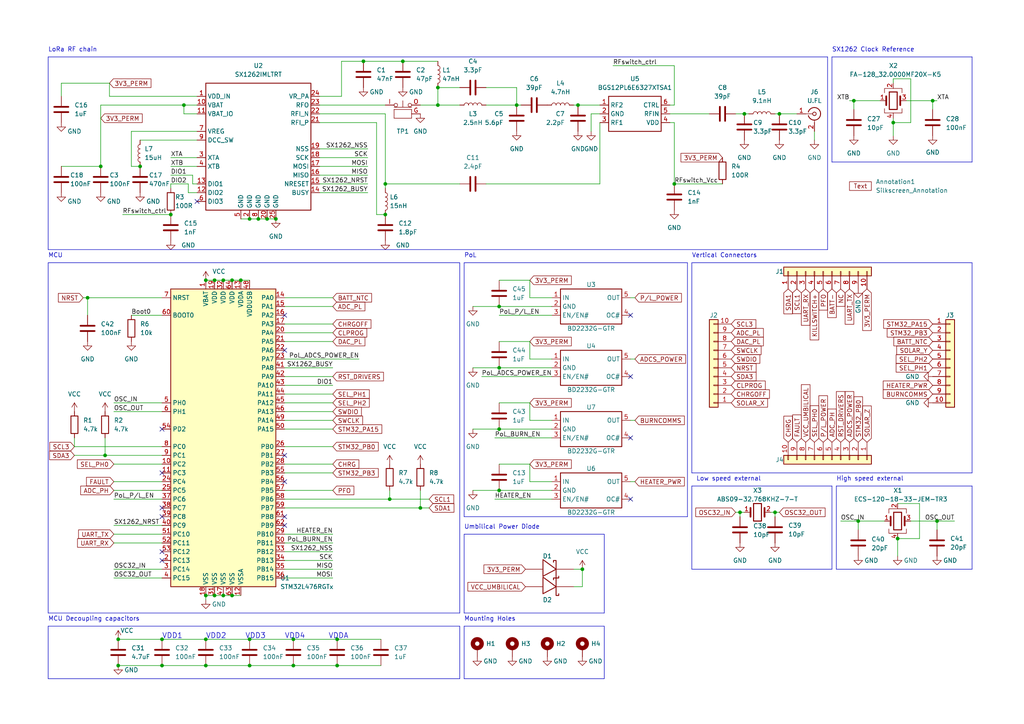
<source format=kicad_sch>
(kicad_sch (version 20230121) (generator eeschema)
  (paper "A4")
  (title_block (title "OBC&COMMS subsystem schematic") (date "01/12/2022") (rev "2.0"))
  (junction (at 97.79 185.42))
  (junction (at 215.9 33.02))
  (junction (at 53.34 30.48))
  (junction (at 226.06 33.02))
  (junction (at 69.85 81.28))
  (junction (at 144.78 88.9))
  (junction (at 270.51 29.21))
  (junction (at 67.31 81.28))
  (junction (at 30.48 132.08))
  (junction (at 144.78 106.68))
  (junction (at 144.78 142.24))
  (junction (at 247.65 29.21))
  (junction (at 195.58 53.34))
  (junction (at 113.03 144.78))
  (junction (at 46.99 185.42))
  (junction (at 77.47 63.5))
  (junction (at 64.77 81.28))
  (junction (at 271.78 151.13))
  (junction (at 80.01 63.5))
  (junction (at 260.35 156.21))
  (junction (at 248.92 151.13))
  (junction (at 214.63 148.59))
  (junction (at 40.64 48.26))
  (junction (at 167.64 30.48))
  (junction (at 144.78 124.46))
  (junction (at 85.09 193.04))
  (junction (at 34.29 185.42))
  (junction (at 149.86 30.48))
  (junction (at 64.77 172.72))
  (junction (at 59.69 185.42))
  (junction (at 62.23 81.28))
  (junction (at 97.79 193.04))
  (junction (at 111.76 62.23))
  (junction (at 25.4 86.36))
  (junction (at 34.29 193.04))
  (junction (at 59.69 172.72))
  (junction (at 49.53 62.23))
  (junction (at 59.69 81.28))
  (junction (at 85.09 185.42))
  (junction (at 74.93 63.5))
  (junction (at 72.39 63.5))
  (junction (at 62.23 172.72))
  (junction (at 72.39 193.04))
  (junction (at 168.91 165.1))
  (junction (at 127 25.4))
  (junction (at 224.79 148.59))
  (junction (at 111.76 53.34))
  (junction (at 105.41 17.78))
  (junction (at 29.21 48.26))
  (junction (at 121.92 147.32))
  (junction (at 127 30.48))
  (junction (at 67.31 172.72))
  (junction (at 59.69 193.04))
  (junction (at 259.08 35.56))
  (junction (at 46.99 193.04))
  (junction (at 116.84 17.78))
  (junction (at 72.39 185.42))
  (no_connect (at 182.88 109.22))
  (no_connect (at 46.99 162.56))
  (no_connect (at 57.15 58.42))
  (no_connect (at 82.55 139.7))
  (no_connect (at 182.88 127))
  (no_connect (at 46.99 124.46))
  (no_connect (at 46.99 137.16))
  (no_connect (at 82.55 132.08))
  (no_connect (at 82.55 101.6))
  (no_connect (at 46.99 160.02))
  (no_connect (at 46.99 147.32))
  (no_connect (at 46.99 149.86))
  (no_connect (at 182.88 91.44))
  (no_connect (at 82.55 152.4))
  (no_connect (at 82.55 149.86))
  (no_connect (at 82.55 91.44))
  (no_connect (at 182.88 144.78))
  (wire (pts (xy 64.77 172.72) (xy 67.31 172.72)))
  (wire (pts (xy 99.06 17.78) (xy 105.41 17.78)))
  (wire (pts (xy 99.06 27.94) (xy 99.06 17.78)))
  (polyline (pts (xy 242.57 140.97) (xy 281.94 140.97)))
  (polyline (pts (xy 200.66 76.2) (xy 281.94 76.2)))
  (wire (pts (xy 224.79 33.02) (xy 226.06 33.02)))
  (polyline (pts (xy 175.26 177.8) (xy 175.26 154.94)))
  (wire (pts (xy 195.58 53.34) (xy 209.55 53.34)))
  (polyline (pts (xy 242.57 165.1) (xy 281.94 165.1)))
  (polyline (pts (xy 241.3 165.1) (xy 241.3 140.97)))
  (wire (pts (xy 270.51 29.21) (xy 271.78 29.21)))
  (wire (pts (xy 121.92 30.48) (xy 127 30.48)))
  (wire (pts (xy 248.92 151.13) (xy 256.54 151.13)))
  (polyline (pts (xy 133.35 76.2) (xy 13.97 76.2)))
  (wire (pts (xy 121.92 147.32) (xy 82.55 147.32)))
  (polyline (pts (xy 134.62 76.2) (xy 134.62 149.86)))
  (wire (pts (xy 259.08 35.56) (xy 259.08 34.29)))
  (wire (pts (xy 137.16 142.24) (xy 144.78 142.24)))
  (wire (pts (xy 247.65 29.21) (xy 255.27 29.21)))
  (wire (pts (xy 167.64 30.48) (xy 173.99 30.48)))
  (wire (pts (xy 104.14 104.14) (xy 82.55 104.14)))
  (wire (pts (xy 59.69 193.04) (xy 72.39 193.04)))
  (wire (pts (xy 54.61 55.88) (xy 54.61 53.34)))
  (wire (pts (xy 111.76 33.02) (xy 111.76 53.34)))
  (wire (pts (xy 69.85 81.28) (xy 72.39 81.28)))
  (wire (pts (xy 82.55 86.36) (xy 96.52 86.36)))
  (wire (pts (xy 109.22 62.23) (xy 111.76 62.23)))
  (polyline (pts (xy 13.97 16.51) (xy 13.97 72.39)))
  (wire (pts (xy 82.55 137.16) (xy 96.52 137.16)))
  (wire (pts (xy 96.52 96.52) (xy 82.55 96.52)))
  (wire (pts (xy 64.77 81.28) (xy 67.31 81.28)))
  (wire (pts (xy 67.31 81.28) (xy 69.85 81.28)))
  (wire (pts (xy 25.4 91.44) (xy 25.4 86.36)))
  (wire (pts (xy 270.51 31.75) (xy 270.51 29.21)))
  (wire (pts (xy 166.37 170.18) (xy 168.91 170.18)))
  (wire (pts (xy 69.85 63.5) (xy 72.39 63.5)))
  (wire (pts (xy 139.7 109.22) (xy 160.02 109.22)))
  (wire (pts (xy 184.15 104.14) (xy 182.88 104.14)))
  (wire (pts (xy 144.78 106.68) (xy 160.02 106.68)))
  (wire (pts (xy 82.55 106.68) (xy 96.52 106.68)))
  (wire (pts (xy 214.63 148.59) (xy 214.63 149.86)))
  (wire (pts (xy 173.99 33.02) (xy 171.45 33.02)))
  (wire (pts (xy 92.71 45.72) (xy 106.68 45.72)))
  (wire (pts (xy 49.53 53.34) (xy 49.53 54.61)))
  (wire (pts (xy 243.84 151.13) (xy 248.92 151.13)))
  (wire (pts (xy 144.78 99.06) (xy 153.67 99.06)))
  (polyline (pts (xy 200.66 137.16) (xy 281.94 137.16)))
  (polyline (pts (xy 200.66 76.2) (xy 200.66 137.16)))
  (wire (pts (xy 223.52 148.59) (xy 224.79 148.59)))
  (wire (pts (xy 34.29 185.42) (xy 46.99 185.42)))
  (wire (pts (xy 77.47 63.5) (xy 80.01 63.5)))
  (wire (pts (xy 33.02 144.78) (xy 46.99 144.78)))
  (polyline (pts (xy 13.97 72.39) (xy 240.03 72.39)))
  (wire (pts (xy 195.58 19.05) (xy 177.8 19.05)))
  (polyline (pts (xy 281.94 137.16) (xy 281.94 76.2)))
  (wire (pts (xy 96.52 119.38) (xy 82.55 119.38)))
  (wire (pts (xy 49.53 53.34) (xy 54.61 53.34)))
  (wire (pts (xy 33.02 154.94) (xy 46.99 154.94)))
  (polyline (pts (xy 241.3 16.51) (xy 281.94 16.5099)))
  (polyline (pts (xy 199.39 149.86) (xy 199.39 76.2)))
  (wire (pts (xy 153.67 139.7) (xy 153.67 134.62)))
  (wire (pts (xy 224.79 148.59) (xy 224.79 149.86)))
  (wire (pts (xy 217.17 33.02) (xy 215.9 33.02)))
  (wire (pts (xy 96.52 121.92) (xy 82.55 121.92)))
  (wire (pts (xy 55.88 50.8) (xy 55.88 53.34)))
  (wire (pts (xy 30.48 132.08) (xy 46.99 132.08)))
  (polyline (pts (xy 200.66 140.97) (xy 200.66 165.1)))
  (wire (pts (xy 59.69 185.42) (xy 72.39 185.42)))
  (wire (pts (xy 33.02 116.84) (xy 46.99 116.84)))
  (wire (pts (xy 111.76 53.34) (xy 111.76 54.61)))
  (wire (pts (xy 31.75 24.13) (xy 17.78 24.13)))
  (wire (pts (xy 137.16 106.68) (xy 144.78 106.68)))
  (wire (pts (xy 127 25.4) (xy 127 30.48)))
  (wire (pts (xy 153.67 134.62) (xy 144.78 134.62)))
  (wire (pts (xy 113.03 142.24) (xy 113.03 144.78)))
  (wire (pts (xy 72.39 63.5) (xy 74.93 63.5)))
  (wire (pts (xy 264.16 151.13) (xy 271.78 151.13)))
  (wire (pts (xy 160.02 121.92) (xy 153.67 121.92)))
  (wire (pts (xy 184.15 86.36) (xy 182.88 86.36)))
  (wire (pts (xy 96.52 109.22) (xy 82.55 109.22)))
  (wire (pts (xy 46.99 193.04) (xy 59.69 193.04)))
  (wire (pts (xy 97.79 193.04) (xy 110.49 193.04)))
  (wire (pts (xy 92.71 30.48) (xy 111.76 30.48)))
  (wire (pts (xy 271.78 151.13) (xy 276.86 151.13)))
  (polyline (pts (xy 13.97 196.85) (xy 133.35 196.85)))
  (polyline (pts (xy 241.3 16.51) (xy 241.3 46.9901)))
  (wire (pts (xy 99.06 27.94) (xy 92.71 27.94)))
  (wire (pts (xy 173.99 53.34) (xy 140.97 53.34)))
  (polyline (pts (xy 175.26 196.85) (xy 175.26 181.61)))
  (wire (pts (xy 67.31 172.72) (xy 69.85 172.72)))
  (wire (pts (xy 92.71 43.18) (xy 106.68 43.18)))
  (wire (pts (xy 266.7 146.05) (xy 266.7 156.21)))
  (polyline (pts (xy 281.94 46.99) (xy 281.94 16.5099)))
  (wire (pts (xy 168.91 170.18) (xy 168.91 165.1)))
  (wire (pts (xy 17.78 24.13) (xy 17.78 27.94)))
  (wire (pts (xy 144.78 91.44) (xy 160.02 91.44)))
  (wire (pts (xy 57.15 27.94) (xy 31.75 27.94)))
  (polyline (pts (xy 199.39 76.2) (xy 134.62 76.2)))
  (wire (pts (xy 59.69 173.99) (xy 59.69 172.72)))
  (wire (pts (xy 116.84 17.78) (xy 105.41 17.78)))
  (wire (pts (xy 72.39 193.04) (xy 85.09 193.04)))
  (wire (pts (xy 38.1 38.1) (xy 38.1 48.26)))
  (wire (pts (xy 38.1 91.44) (xy 46.99 91.44)))
  (wire (pts (xy 195.58 30.48) (xy 194.31 30.48)))
  (wire (pts (xy 59.69 172.72) (xy 62.23 172.72)))
  (wire (pts (xy 21.59 127) (xy 21.59 129.54)))
  (wire (pts (xy 96.52 93.98) (xy 82.55 93.98)))
  (wire (pts (xy 96.52 88.9) (xy 82.55 88.9)))
  (wire (pts (xy 262.89 29.21) (xy 270.51 29.21)))
  (wire (pts (xy 85.09 193.04) (xy 97.79 193.04)))
  (wire (pts (xy 127 25.4) (xy 133.35 25.4)))
  (wire (pts (xy 153.67 81.28) (xy 144.78 81.28)))
  (wire (pts (xy 33.02 134.62) (xy 46.99 134.62)))
  (wire (pts (xy 246.38 29.21) (xy 247.65 29.21)))
  (polyline (pts (xy 200.66 165.1) (xy 241.3 165.1)))
  (wire (pts (xy 85.09 185.42) (xy 97.79 185.42)))
  (wire (pts (xy 33.02 139.7) (xy 46.99 139.7)))
  (wire (pts (xy 195.58 30.48) (xy 195.58 19.05)))
  (wire (pts (xy 111.76 53.34) (xy 133.35 53.34)))
  (wire (pts (xy 92.71 50.8) (xy 106.68 50.8)))
  (wire (pts (xy 144.78 124.46) (xy 160.02 124.46)))
  (wire (pts (xy 21.59 129.54) (xy 46.99 129.54)))
  (wire (pts (xy 82.55 111.76) (xy 96.52 111.76)))
  (wire (pts (xy 121.92 147.32) (xy 124.46 147.32)))
  (wire (pts (xy 127 17.78) (xy 116.84 17.78)))
  (wire (pts (xy 53.34 33.02) (xy 57.15 33.02)))
  (wire (pts (xy 57.15 38.1) (xy 38.1 38.1)))
  (polyline (pts (xy 242.57 140.97) (xy 242.57 165.1)))
  (wire (pts (xy 113.03 144.78) (xy 124.46 144.78)))
  (wire (pts (xy 24.13 86.36) (xy 25.4 86.36)))
  (wire (pts (xy 111.76 33.02) (xy 92.71 33.02)))
  (wire (pts (xy 137.16 124.46) (xy 144.78 124.46)))
  (wire (pts (xy 34.29 193.04) (xy 46.99 193.04)))
  (wire (pts (xy 140.97 30.48) (xy 149.86 30.48)))
  (wire (pts (xy 260.35 156.21) (xy 266.7 156.21)))
  (wire (pts (xy 226.06 33.02) (xy 231.14 33.02)))
  (wire (pts (xy 247.65 29.21) (xy 247.65 31.75)))
  (wire (pts (xy 143.51 127) (xy 160.02 127)))
  (wire (pts (xy 59.69 81.28) (xy 62.23 81.28)))
  (wire (pts (xy 74.93 63.5) (xy 77.47 63.5)))
  (wire (pts (xy 97.79 185.42) (xy 110.49 185.42)))
  (polyline (pts (xy 281.94 165.1) (xy 281.94 140.97)))
  (polyline (pts (xy 134.62 149.86) (xy 199.39 149.86)))
  (wire (pts (xy 259.08 39.37) (xy 259.08 35.56)))
  (polyline (pts (xy 241.3 46.9901) (xy 281.94 46.99)))
  (wire (pts (xy 166.37 165.1) (xy 168.91 165.1)))
  (wire (pts (xy 62.23 172.72) (xy 64.77 172.72)))
  (wire (pts (xy 33.02 142.24) (xy 46.99 142.24)))
  (wire (pts (xy 49.53 50.8) (xy 55.88 50.8)))
  (wire (pts (xy 31.75 27.94) (xy 31.75 24.13)))
  (polyline (pts (xy 134.62 154.94) (xy 175.26 154.94)))
  (polyline (pts (xy 13.97 177.8) (xy 133.35 177.8)))
  (wire (pts (xy 173.99 35.56) (xy 173.99 53.34)))
  (wire (pts (xy 149.86 25.4) (xy 149.86 30.48)))
  (wire (pts (xy 194.31 33.02) (xy 205.74 33.02)))
  (wire (pts (xy 53.34 30.48) (xy 53.34 33.02)))
  (wire (pts (xy 96.52 134.62) (xy 82.55 134.62)))
  (wire (pts (xy 153.67 104.14) (xy 153.67 99.06)))
  (wire (pts (xy 213.36 33.02) (xy 215.9 33.02)))
  (polyline (pts (xy 240.03 72.39) (xy 240.03 16.51)))
  (wire (pts (xy 259.08 24.13) (xy 259.08 22.86)))
  (polyline (pts (xy 13.97 181.61) (xy 133.35 181.61)))
  (wire (pts (xy 29.21 30.48) (xy 29.21 48.26)))
  (wire (pts (xy 92.71 55.88) (xy 106.68 55.88)))
  (wire (pts (xy 49.53 45.72) (xy 57.15 45.72)))
  (wire (pts (xy 260.35 146.05) (xy 266.7 146.05)))
  (wire (pts (xy 82.55 142.24) (xy 96.52 142.24)))
  (polyline (pts (xy 134.62 154.94) (xy 134.62 177.8)))
  (polyline (pts (xy 133.35 196.85) (xy 133.35 181.61)))
  (wire (pts (xy 127 30.48) (xy 133.35 30.48)))
  (wire (pts (xy 184.15 139.7) (xy 182.88 139.7)))
  (wire (pts (xy 153.67 121.92) (xy 153.67 116.84)))
  (wire (pts (xy 82.55 144.78) (xy 113.03 144.78)))
  (wire (pts (xy 153.67 86.36) (xy 153.67 81.28)))
  (wire (pts (xy 33.02 165.1) (xy 46.99 165.1)))
  (wire (pts (xy 55.88 53.34) (xy 57.15 53.34)))
  (wire (pts (xy 195.58 35.56) (xy 195.58 53.34)))
  (wire (pts (xy 153.67 116.84) (xy 144.78 116.84)))
  (wire (pts (xy 224.79 148.59) (xy 226.06 148.59)))
  (polyline (pts (xy 13.97 76.2) (xy 13.97 177.8)))
  (wire (pts (xy 33.02 152.4) (xy 46.99 152.4)))
  (polyline (pts (xy 200.66 140.97) (xy 241.3 140.97)))
  (wire (pts (xy 33.02 119.38) (xy 46.99 119.38)))
  (wire (pts (xy 171.45 33.02) (xy 171.45 38.1)))
  (wire (pts (xy 160.02 139.7) (xy 153.67 139.7)))
  (wire (pts (xy 96.52 99.06) (xy 82.55 99.06)))
  (wire (pts (xy 166.37 30.48) (xy 167.64 30.48)))
  (wire (pts (xy 82.55 162.56) (xy 96.52 162.56)))
  (wire (pts (xy 96.52 167.64) (xy 82.55 167.64)))
  (wire (pts (xy 49.53 48.26) (xy 57.15 48.26)))
  (wire (pts (xy 57.15 55.88) (xy 54.61 55.88)))
  (wire (pts (xy 35.56 62.23) (xy 49.53 62.23)))
  (wire (pts (xy 96.52 157.48) (xy 82.55 157.48)))
  (wire (pts (xy 214.63 148.59) (xy 215.9 148.59)))
  (polyline (pts (xy 133.35 177.8) (xy 133.35 76.2)))
  (wire (pts (xy 248.92 153.67) (xy 248.92 151.13)))
  (wire (pts (xy 92.71 53.34) (xy 106.68 53.34)))
  (wire (pts (xy 29.21 48.26) (xy 17.78 48.26)))
  (wire (pts (xy 40.64 40.64) (xy 57.15 40.64)))
  (polyline (pts (xy 134.62 181.61) (xy 175.26 181.61)))
  (wire (pts (xy 121.92 142.24) (xy 121.92 147.32)))
  (wire (pts (xy 153.67 104.14) (xy 160.02 104.14)))
  (wire (pts (xy 82.55 160.02) (xy 96.52 160.02)))
  (polyline (pts (xy 13.97 181.61) (xy 13.97 196.85)))
  (wire (pts (xy 29.21 30.48) (xy 53.34 30.48)))
  (wire (pts (xy 30.48 127) (xy 30.48 132.08)))
  (wire (pts (xy 96.52 116.84) (xy 82.55 116.84)))
  (wire (pts (xy 72.39 185.42) (xy 85.09 185.42)))
  (wire (pts (xy 260.35 156.21) (xy 260.35 161.29)))
  (wire (pts (xy 194.31 35.56) (xy 195.58 35.56)))
  (wire (pts (xy 25.4 86.36) (xy 46.99 86.36)))
  (wire (pts (xy 46.99 185.42) (xy 59.69 185.42)))
  (wire (pts (xy 140.97 25.4) (xy 149.86 25.4)))
  (wire (pts (xy 236.22 40.64) (xy 236.22 38.1)))
  (wire (pts (xy 213.36 148.59) (xy 214.63 148.59)))
  (wire (pts (xy 109.22 35.56) (xy 92.71 35.56)))
  (polyline (pts (xy 134.62 196.85) (xy 175.26 196.85)))
  (wire (pts (xy 264.16 22.86) (xy 264.16 35.56)))
  (wire (pts (xy 96.52 165.1) (xy 82.55 165.1)))
  (wire (pts (xy 143.51 144.78) (xy 160.02 144.78)))
  (wire (pts (xy 144.78 142.24) (xy 160.02 142.24)))
  (wire (pts (xy 96.52 114.3) (xy 82.55 114.3)))
  (wire (pts (xy 96.52 124.46) (xy 82.55 124.46)))
  (wire (pts (xy 96.52 129.54) (xy 82.55 129.54)))
  (wire (pts (xy 21.59 132.08) (xy 30.48 132.08)))
  (wire (pts (xy 33.02 167.64) (xy 46.99 167.64)))
  (wire (pts (xy 62.23 81.28) (xy 64.77 81.28)))
  (wire (pts (xy 96.52 154.94) (xy 82.55 154.94)))
  (wire (pts (xy 149.86 30.48) (xy 151.13 30.48)))
  (wire (pts (xy 259.08 22.86) (xy 264.16 22.86)))
  (wire (pts (xy 109.22 35.56) (xy 109.22 62.23)))
  (wire (pts (xy 264.16 35.56) (xy 259.08 35.56)))
  (polyline (pts (xy 134.62 177.8) (xy 175.26 177.8)))
  (wire (pts (xy 144.78 88.9) (xy 160.02 88.9)))
  (wire (pts (xy 184.15 121.92) (xy 182.88 121.92)))
  (wire (pts (xy 160.02 86.36) (xy 153.67 86.36)))
  (wire (pts (xy 53.34 30.48) (xy 57.15 30.48)))
  (polyline (pts (xy 134.62 181.61) (xy 134.62 196.85)))
  (polyline (pts (xy 13.97 16.51) (xy 240.03 16.51)))
  (wire (pts (xy 33.02 157.48) (xy 46.99 157.48)))
  (wire (pts (xy 137.16 88.9) (xy 144.78 88.9)))
  (wire (pts (xy 271.78 151.13) (xy 271.78 153.67)))
  (wire (pts (xy 38.1 48.26) (xy 40.64 48.26)))
  (wire (pts (xy 92.71 48.26) (xy 106.68 48.26)))
  (text "VDD2" (at 59.69 185.42 0) (effects (font (size 1.524 1.524)) (justify left bottom)))
  (text "MCU Decoupling capacitors" (at 13.97 180.34 0) (effects (font (size 1.27 1.27)) (justify left bottom)))
  (text "LoRa RF chain" (at 13.97 15.24 0) (effects (font (size 1.27 1.27)) (justify left bottom)))
  (text "SX1262 Clock Reference" (at 241.3 15.2401 0) (effects (font (size 1.27 1.27)) (justify left bottom)))
  (text "Umbilical Power Diode" (at 134.62 153.67 0) (effects (font (size 1.27 1.27)) (justify left bottom)))
  (text "VDD1" (at 46.99 185.42 0) (effects (font (size 1.524 1.524)) (justify left bottom)))
  (text "Low speed external" (at 201.93 139.7 0) (effects (font (size 1.27 1.27)) (justify left bottom)))
  (text "Vertical Connectors" (at 200.66 74.93 0) (effects (font (size 1.27 1.27)) (justify left bottom)))
  (text "MCU" (at 13.97 74.93 0) (effects (font (size 1.27 1.27)) (justify left bottom)))
  (text "VDD3" (at 71.12 185.42 0) (effects (font (size 1.524 1.524)) (justify left bottom)))
  (text "VDDA" (at 95.25 185.42 0) (effects (font (size 1.524 1.524)) (justify left bottom)))
  (text "High speed external" (at 242.57 139.7 0) (effects (font (size 1.27 1.27)) (justify left bottom)))
  (text "Mounting Holes" (at 134.62 180.34 0) (effects (font (size 1.27 1.27)) (justify left bottom)))
  (text "VDD4" (at 82.55 185.42 0) (effects (font (size 1.524 1.524)) (justify left bottom)))
  (text "PoL" (at 134.62 74.93 0) (effects (font (size 1.27 1.27)) (justify left bottom)))
  (label "XTB" (at 246.38 29.21 180))
  (label "MISO" (at 106.68 50.8 180))
  (label "MISO" (at 96.52 165.1 180))
  (label "SX1262_BUSY" (at 96.52 106.68 180))
  (label "SCK" (at 106.68 45.72 180))
  (label "PoL_BURN_EN" (at 143.51 127 0))
  (label "XTA" (at 271.78 29.21 0))
  (label "PoL_ADCS_POWER_EN" (at 104.14 104.14 180))
  (label "OSC_IN" (at 243.84 151.13 0))
  (label "OSC_OUT" (at 33.02 119.38 0))
  (label "RFswitch_ctrl" (at 177.8 19.05 0))
  (label "XTB" (at 49.53 48.26 0))
  (label "SX1262_NSS" (at 106.68 43.18 180))
  (label "OSC_IN" (at 33.02 116.84 0))
  (label "DIO1" (at 96.52 111.76 180))
  (label "SX1262_NSS" (at 96.52 160.02 180))
  (label "OSC32_OUT" (at 33.02 167.64 0))
  (label "RFswitch_ctrl" (at 35.56 62.23 0))
  (label "RFswitch_Vcc" (at 195.58 53.34 0))
  (label "OSC_OUT" (at 276.86 151.13 180))
  (label "HEATER_EN" (at 143.51 144.78 0))
  (label "PoL_P{slash}L_EN" (at 144.78 91.44 0))
  (label "XTA" (at 49.53 45.72 0))
  (label "MOSI" (at 96.52 167.64 180))
  (label "OSC32_IN" (at 33.02 165.1 0))
  (label "SX1262_NRST" (at 106.68 53.34 180))
  (label "DIO2" (at 49.53 53.34 0))
  (label "MOSI" (at 106.68 48.26 180))
  (label "PoL_P{slash}L_EN" (at 33.02 144.78 0))
  (label "HEATER_EN" (at 96.52 154.94 180))
  (label "SX1262_NRST" (at 33.02 152.4 0))
  (label "PoL_ADCS_POWER_EN" (at 139.7 109.22 0))
  (label "DIO1" (at 49.53 50.8 0))
  (label "SCK" (at 96.52 162.56 180))
  (label "Boot0" (at 38.1 91.44 0))
  (label "PoL_BURN_EN" (at 96.52 157.48 180))
  (label "SX1262_BUSY" (at 106.68 55.88 180))
  (global_label "P{slash}L_POWER" (shape input) (at 238.76 128.27 90) (property "Intersheetrefs" "${INTERSHEET_REFS}" (effects hide)))
  (global_label "ADC_PH" (shape input) (at 33.02 142.24 180) (property "Intersheetrefs" "${INTERSHEET_REFS}" (effects hide)))
  (global_label "3V3_PERM" (shape input) (at 152.4 165.1 180) (property "Intersheetrefs" "${INTERSHEET_REFS}" (effects hide)))
  (global_label "SDA3" (shape input) (at 21.59 132.08 180) (property "Intersheetrefs" "${INTERSHEET_REFS}" (effects hide)))
  (global_label "RST_DRIVERS" (shape input) (at 243.84 128.27 90) (property "Intersheetrefs" "${INTERSHEET_REFS}" (effects hide)))
  (global_label "SCL3" (shape input) (at 21.59 129.54 180) (property "Intersheetrefs" "${INTERSHEET_REFS}" (effects hide)))
  (global_label "FAULT" (shape input) (at 33.02 139.7 180) (property "Intersheetrefs" "${INTERSHEET_REFS}" (effects hide)))
  (global_label "SWDIO" (shape input) (at 96.52 119.38 0) (property "Intersheetrefs" "${INTERSHEET_REFS}" (effects hide)))
  (global_label "STM32_PA15" (shape input) (at 96.52 124.46 0) (property "Intersheetrefs" "${INTERSHEET_REFS}" (effects hide)))
  (global_label "STM32_PA15" (shape input) (at 270.51 93.98 180) (property "Intersheetrefs" "${INTERSHEET_REFS}" (effects hide)))
  (global_label "3V3_PERM" (shape input) (at 31.75 24.13 0) (property "Intersheetrefs" "${INTERSHEET_REFS}" (effects hide)))
  (global_label "SWDIO" (shape input) (at 212.09 104.14 0) (property "Intersheetrefs" "${INTERSHEET_REFS}" (effects hide)))
  (global_label "SEL_PH1" (shape input) (at 270.51 106.68 180) (property "Intersheetrefs" "${INTERSHEET_REFS}" (effects hide)))
  (global_label "VCC_UMBILICAL" (shape input) (at 152.4 170.18 180) (property "Intersheetrefs" "${INTERSHEET_REFS}" (effects hide)))
  (global_label "SWCLK" (shape input) (at 96.52 121.92 0) (property "Intersheetrefs" "${INTERSHEET_REFS}" (effects hide)))
  (global_label "OSC32_OUT" (shape input) (at 226.06 148.59 0) (property "Intersheetrefs" "${INTERSHEET_REFS}" (effects hide)))
  (global_label "DAC_PL" (shape input) (at 96.52 99.06 0) (property "Intersheetrefs" "${INTERSHEET_REFS}" (effects hide)))
  (global_label "NRST" (shape input) (at 24.13 86.36 180) (property "Intersheetrefs" "${INTERSHEET_REFS}" (effects hide)))
  (global_label "ADC_PL" (shape input) (at 212.09 96.52 0) (property "Intersheetrefs" "${INTERSHEET_REFS}" (effects hide)))
  (global_label "VCC_UMBILICAL" (shape input) (at 233.68 128.27 90) (property "Intersheetrefs" "${INTERSHEET_REFS}" (effects hide)))
  (global_label "SDA1" (shape input) (at 228.6 83.82 270) (property "Intersheetrefs" "${INTERSHEET_REFS}" (effects hide)))
  (global_label "SEL_PH0" (shape input) (at 236.22 128.27 90) (property "Intersheetrefs" "${INTERSHEET_REFS}" (effects hide)))
  (global_label "ADC_PH" (shape input) (at 241.3 128.27 90) (property "Intersheetrefs" "${INTERSHEET_REFS}" (effects hide)))
  (global_label "3V3_PERM" (shape input) (at 209.55 45.72 180) (property "Intersheetrefs" "${INTERSHEET_REFS}" (effects hide)))
  (global_label "OSC32_IN" (shape input) (at 213.36 148.59 180) (property "Intersheetrefs" "${INTERSHEET_REFS}" (effects hide)))
  (global_label "FAULT" (shape input) (at 231.14 128.27 90) (property "Intersheetrefs" "${INTERSHEET_REFS}" (effects hide)))
  (global_label "SDA1" (shape input) (at 124.46 147.32 0) (property "Intersheetrefs" "${INTERSHEET_REFS}" (effects hide)))
  (global_label "NC" (shape input) (at 243.84 83.82 270) (property "Intersheetrefs" "${INTERSHEET_REFS}" (effects hide)))
  (global_label "UART_TX" (shape input) (at 246.38 83.82 270) (property "Intersheetrefs" "${INTERSHEET_REFS}" (effects hide)))
  (global_label "UART_TX" (shape input) (at 33.02 154.94 180) (property "Intersheetrefs" "${INTERSHEET_REFS}" (effects hide)))
  (global_label "3V3_PERM" (shape input) (at 29.21 34.29 0) (property "Intersheetrefs" "${INTERSHEET_REFS}" (effects hide)))
  (global_label "SOLAR_Z" (shape input) (at 251.46 128.27 90) (property "Intersheetrefs" "${INTERSHEET_REFS}" (effects hide)))
  (global_label "UART_RX" (shape input) (at 233.68 83.82 270) (property "Intersheetrefs" "${INTERSHEET_REFS}" (effects hide)))
  (global_label "UART_RX" (shape input) (at 33.02 157.48 180) (property "Intersheetrefs" "${INTERSHEET_REFS}" (effects hide)))
  (global_label "DAC_PL" (shape input) (at 212.09 99.06 0) (property "Intersheetrefs" "${INTERSHEET_REFS}" (effects hide)))
  (global_label "SCL1" (shape input) (at 231.14 83.82 270) (property "Intersheetrefs" "${INTERSHEET_REFS}" (effects hide)))
  (global_label "SEL_PH2" (shape input) (at 270.51 104.14 180) (property "Intersheetrefs" "${INTERSHEET_REFS}" (effects hide)))
  (global_label "SCL3" (shape input) (at 212.09 93.98 0) (property "Intersheetrefs" "${INTERSHEET_REFS}" (effects hide)))
  (global_label "CHRGOFF" (shape input) (at 96.52 93.98 0) (property "Intersheetrefs" "${INTERSHEET_REFS}" (effects hide)))
  (global_label "ADCS_POWER" (shape input) (at 184.15 104.14 0) (property "Intersheetrefs" "${INTERSHEET_REFS}" (effects hide)))
  (global_label "HEATER_PWR" (shape input) (at 184.15 139.7 0) (property "Intersheetrefs" "${INTERSHEET_REFS}" (effects hide)))
  (global_label "CHRG" (shape input) (at 228.6 128.27 90) (property "Intersheetrefs" "${INTERSHEET_REFS}" (effects hide)))
  (global_label "SCL1" (shape input) (at 124.46 144.78 0) (property "Intersheetrefs" "${INTERSHEET_REFS}" (effects hide)))
  (global_label "HEATER_PWR" (shape input) (at 270.51 111.76 180) (property "Intersheetrefs" "${INTERSHEET_REFS}" (effects hide)))
  (global_label "BATT_NTC" (shape input) (at 270.51 99.06 180) (property "Intersheetrefs" "${INTERSHEET_REFS}" (effects hide)))
  (global_label "NRST" (shape input) (at 212.09 106.68 0) (property "Intersheetrefs" "${INTERSHEET_REFS}" (effects hide)))
  (global_label "CLPROG" (shape input) (at 96.52 96.52 0) (property "Intersheetrefs" "${INTERSHEET_REFS}" (effects hide)))
  (global_label "SDA3" (shape input) (at 212.09 109.22 0) (property "Intersheetrefs" "${INTERSHEET_REFS}" (effects hide)))
  (global_label "STM32_PB3" (shape input) (at 96.52 137.16 0) (property "Intersheetrefs" "${INTERSHEET_REFS}" (effects hide)))
  (global_label "CHRGOFF" (shape input) (at 212.09 114.3 0) (property "Intersheetrefs" "${INTERSHEET_REFS}" (effects hide)))
  (global_label "3V3_PERM" (shape input) (at 153.67 116.84 0) (property "Intersheetrefs" "${INTERSHEET_REFS}" (effects hide)))
  (global_label "P/L_POWER" (shape input) (at 184.15 86.36 0) (property "Intersheetrefs" "${INTERSHEET_REFS}" (effects hide)))
  (global_label "SOLAR_Y" (shape input) (at 270.51 101.6 180) (property "Intersheetrefs" "${INTERSHEET_REFS}" (effects hide)))
  (global_label "BATT_NTC" (shape input) (at 96.52 86.36 0) (property "Intersheetrefs" "${INTERSHEET_REFS}" (effects hide)))
  (global_label "3V3_PERM" (shape input) (at 251.46 83.82 270) (property "Intersheetrefs" "${INTERSHEET_REFS}" (effects hide)))
  (global_label "3V3_PERM" (shape input) (at 153.67 99.06 0) (property "Intersheetrefs" "${INTERSHEET_REFS}" (effects hide)))
  (global_label "BURNCOMMS" (shape input) (at 270.51 114.3 180) (property "Intersheetrefs" "${INTERSHEET_REFS}" (effects hide)))
  (global_label "CHRG" (shape input) (at 96.52 134.62 0) (property "Intersheetrefs" "${INTERSHEET_REFS}" (effects hide)))
  (global_label "ADCS_POWER" (shape input) (at 246.38 128.27 90) (property "Intersheetrefs" "${INTERSHEET_REFS}" (effects hide)))
  (global_label "ADC_PL" (shape input) (at 96.52 88.9 0) (property "Intersheetrefs" "${INTERSHEET_REFS}" (effects hide)))
  (global_label "PFO" (shape input) (at 96.52 142.24 0) (property "Intersheetrefs" "${INTERSHEET_REFS}" (effects hide)))
  (global_label "3V3_PERM" (shape input) (at 153.67 81.28 0) (property "Intersheetrefs" "${INTERSHEET_REFS}" (effects hide)))
  (global_label "PFO" (shape input) (at 238.76 83.82 270) (property "Intersheetrefs" "${INTERSHEET_REFS}" (effects hide)))
  (global_label "STM32_PB0" (shape input) (at 96.52 129.54 0) (property "Intersheetrefs" "${INTERSHEET_REFS}" (effects hide)))
  (global_label "SEL_PH0" (shape input) (at 33.02 134.62 180) (property "Intersheetrefs" "${INTERSHEET_REFS}" (effects hide)))
  (global_label "SEL_PH1" (shape input) (at 96.52 114.3 0) (property "Intersheetrefs" "${INTERSHEET_REFS}" (effects hide)))
  (global_label "SOLAR_X" (shape input) (at 212.09 116.84 0) (property "Intersheetrefs" "${INTERSHEET_REFS}" (effects hide)))
  (global_label "RST_DRIVERS" (shape input) (at 96.52 109.22 0) (property "Intersheetrefs" "${INTERSHEET_REFS}" (effects hide)))
  (global_label "KILLSWITCH+" (shape input) (at 236.22 83.82 270) (property "Intersheetrefs" "${INTERSHEET_REFS}" (effects hide)))
  (global_label "STM32_PB3" (shape input) (at 270.51 96.52 180) (property "Intersheetrefs" "${INTERSHEET_REFS}" (effects hide)))
  (global_label "SEL_PH2" (shape input) (at 96.52 116.84 0) (property "Intersheetrefs" "${INTERSHEET_REFS}" (effects hide)))
  (global_label "BURNCOMMS" (shape input) (at 184.15 121.92 0) (property "Intersheetrefs" "${INTERSHEET_REFS}" (effects hide)))
  (global_label "BATT-" (shape input) (at 241.3 83.82 270) (property "Intersheetrefs" "${INTERSHEET_REFS}" (effects hide)))
  (global_label "CLPROG" (shape input) (at 212.09 111.76 0) (property "Intersheetrefs" "${INTERSHEET_REFS}" (effects hide)))
  (global_label "3V3_PERM" (shape input) (at 153.67 134.62 0) (property "Intersheetrefs" "${INTERSHEET_REFS}" (effects hide)))
  (global_label "STM32_PB0" (shape input) (at 248.92 128.27 90) (property "Intersheetrefs" "${INTERSHEET_REFS}" (effects hide)))
  (global_label "SWCLK" (shape input) (at 212.09 101.6 0) (property "Intersheetrefs" "${INTERSHEET_REFS}" (effects hide)))
  (symbol (lib_id "Device:C") (at 116.84 21.59 0) (unit 1)
    (property "Reference" "C2" (at 120.65 20.3199 0) (effects (justify left)))
    (property "Value" "47pF" (at 120.65 22.8599 0) (effects (justify left)))
    (property "Footprint" "Capacitor_SMD:C_0402_1005Metric" (effects hide))
    (property "SPICEPRE" "C" (effects hide))
    (property "SPICESYMBOLNAME" "GRM1555C1H470FA01D" (effects hide))
    (property "Manufacturer 1" "Murata Electronics" (effects hide))
    (property "Manufacturer Part Number 1" "GJM1555C1H470JB01J" (effects hide))
    (property "Supplier 1" "Mouser" (effects hide))
    (property "Supplier Part Number 1" "81-GJM1555C1H470JB1J" (effects hide))
  )
  (symbol (lib_id "power:GND") (at 80.01 63.5 0) (unit 1)
    (property "Reference" "#PWR0112" (effects hide))
    (property "Value" "GND" (at 80.01 68.58 0))
  )
  (symbol (lib_id "power:GND") (at 224.79 157.48 0) (unit 1)
    (property "Reference" "#PWR0122" (effects hide))
    (property "Value" "GND" (at 224.79 162.56 0))
  )
  (symbol (lib_id "-nsl_symbols:Silkscreen_Annotation") (at 247.65 59.69 0) (unit 1)
    (property "Reference" "Annotation1" (at 254 52.7049 0) (effects (justify left)))
    (property "Value" "Silkscreen_Annotation" (at 254 55.2449 0) (effects (justify left)))
    (property "Footprint" "-nsl_symbols:Bike" (effects hide))
  )
  (symbol (lib_id "power:GND") (at 116.84 25.4 0) (unit 1)
    (property "Reference" "#PWR0129" (effects hide))
    (property "Value" "GND" (at 120.65 26.67 0))
  )
  (symbol (lib_id "-nsl_power:BD2232G") (at 171.45 106.68 0) (unit 1)
    (property "Reference" "U4" (at 171.45 100.33 0))
    (property "Value" "BD2232G-GTR" (at 171.45 113.03 0))
    (property "Footprint" "Package_TO_SOT_SMD:SOT-23-5" (effects hide))
    (property "BOM_SUPPLIER" "LCSC" (effects hide))
    (property "BOM_SUPPLIER PART" "C308588" (effects hide))
    (property "BOM_MANUFACTURER" "ROHM Semicon" (effects hide))
    (property "BOM_MANUFACTURER PART" "BD2232G-GTR" (effects hide))
    (property "CONTRIBUTOR" "LCSC" (effects hide))
    (property "BOM_JLCPCB PART CLASS" "Extended Part" (effects hide))
    (property "SPICEPRE" "U" (effects hide))
    (property "SPICESYMBOLNAME" "BD2232G-GTR" (effects hide))
    (property "Manufacturer 1" "ROHM Semiconductor" (effects hide))
    (property "Manufacturer Part Number 1" "BD2232G-GTR" (effects hide))
    (property "Supplier 1" "Mouser" (effects hide))
    (property "Supplier Part Number 1" "755-BD2232G-GTR" (effects hide))
  )
  (symbol (lib_id "power:GND") (at 137.16 88.9 0) (unit 1)
    (property "Reference" "#PWR0133" (effects hide))
    (property "Value" "GND" (at 137.16 93.98 0))
  )
  (symbol (lib_id "-nsl_power:BD2232G") (at 171.45 124.46 0) (unit 1)
    (property "Reference" "U7" (at 171.45 118.11 0))
    (property "Value" "BD2232G-GTR" (at 171.45 130.81 0))
    (property "Footprint" "Package_TO_SOT_SMD:SOT-23-5" (effects hide))
    (property "BOM_SUPPLIER" "LCSC" (effects hide))
    (property "BOM_SUPPLIER PART" "C308588" (effects hide))
    (property "BOM_MANUFACTURER" "ROHM Semicon" (effects hide))
    (property "BOM_MANUFACTURER PART" "BD2232G-GTR" (effects hide))
    (property "CONTRIBUTOR" "LCSC" (effects hide))
    (property "BOM_JLCPCB PART CLASS" "Extended Part" (effects hide))
    (property "SPICEPRE" "U" (effects hide))
    (property "SPICESYMBOLNAME" "BD2232G-GTR" (effects hide))
    (property "Manufacturer 1" "ROHM Semiconductor" (effects hide))
    (property "Manufacturer Part Number 1" "BD2232G-GTR" (effects hide))
    (property "Supplier 1" "Mouser" (effects hide))
    (property "Supplier Part Number 1" "755-BD2232G-GTR" (effects hide))
  )
  (symbol (lib_id "power:VCC") (at 121.92 134.62 0) (mirror y) (unit 1)
    (property "Reference" "#PWR0141" (effects hide))
    (property "Value" "VCC" (at 121.92 129.54 0))
  )
  (symbol (lib_id "power:GND") (at 17.78 35.56 0) (unit 1)
    (property "Reference" "#PWR0103" (effects hide))
    (property "Value" "GND" (at 21.59 38.1 0))
  )
  (symbol (lib_id "Device:C") (at 17.78 31.75 0) (unit 1)
    (property "Reference" "C16" (at 21.59 30.4799 0) (effects (justify left)))
    (property "Value" "1uF" (at 21.59 33.0199 0) (effects (justify left)))
    (property "Footprint" "Capacitor_SMD:C_0603_1608Metric" (effects hide))
    (property "SPICEPRE" "C" (effects hide))
    (property "SPICESYMBOLNAME" "06033D105KAT2A" (effects hide))
    (property "Manufacturer 1" "Murata Electronics" (effects hide))
    (property "Manufacturer Part Number 1" "GRM188R61A105KA61D" (effects hide))
    (property "Supplier 1" "Mouser" (effects hide))
    (property "Supplier Part Number 1" "81-GRM39R105K10" (effects hide))
  )
  (symbol (lib_id "Device:C") (at 34.29 189.23 0) (unit 1)
    (property "Reference" "C31" (at 38.1 187.9599 0) (effects (justify left)))
    (property "Value" "4.7uF" (at 38.1 190.4999 0) (effects (justify left)))
    (property "Footprint" "Capacitor_SMD:C_0603_1608Metric" (effects hide))
    (property "SPICEPRE" "C" (effects hide))
    (property "SPICESYMBOLNAME" "GRT188R61E475KE13D" (effects hide))
    (property "Manufacturer 1" "Murata Electronics" (effects hide))
    (property "Manufacturer Part Number 1" "GRT188R61E475KE13D" (effects hide))
    (property "Supplier 1" "Mouser" (effects hide))
    (property "Supplier Part Number 1" "81-GRT188R61E475KE3D" (effects hide))
  )
  (symbol (lib_id "power:GND") (at 270.51 116.84 270) (unit 1)
    (property "Reference" "#PWR0115" (effects hide))
    (property "Value" "GND" (at 266.7 116.8399 90) (effects (justify right)))
  )
  (symbol (lib_id "-nsl_rf:BGS12PL6E632") (at 184.15 33.02 0) (unit 1)
    (property "Reference" "U5" (at 184.15 22.86 0))
    (property "Value" "BGS12PL6E6327XTSA1" (at 184.15 25.4 0))
    (property "Footprint" "-nsl_rf:PG-TSLP-6-4" (effects hide))
    (property "BOM_SUPPLIER" "LCSC" (effects hide))
    (property "BOM_SUPPLIER PART" "BGS12PL6E6327XTSA1" (effects hide))
    (property "BOM_MANUFACTURER" "Infineon(英飞凌)" (effects hide))
    (property "BOM_MANUFACTURER PART" "BGS12WN6E6327XTSA1" (effects hide))
    (property "CONTRIBUTOR" "LCSC" (effects hide))
    (property "BOM_JLCPCB PART CLASS" "Extended Part" (effects hide))
    (property "SPICEPRE" "U" (effects hide))
    (property "SPICESYMBOLNAME" "BGS12WN6E6327XTSA1" (effects hide))
    (property "Manufacturer 1" "Infineon Technologies" (effects hide))
    (property "Manufacturer Part Number 1" "BGS12PL6E6327XTSA1" (effects hide))
    (property "Supplier 1" "Mouser" (effects hide))
    (property "Supplier Part Number 1" "726-BGS12PL6E6327XTS" (effects hide))
  )
  (symbol (lib_id "power:VCC") (at 168.91 165.1 0) (unit 1)
    (property "Reference" "#PWR0138" (effects hide))
    (property "Value" "VCC" (at 168.91 160.02 0))
  )
  (symbol (lib_id "Device:R") (at 209.55 49.53 0) (unit 1)
    (property "Reference" "R4" (at 212.09 48.2599 0) (effects (justify left)))
    (property "Value" "100R" (at 212.09 50.7999 0) (effects (justify left)))
    (property "Footprint" "Resistor_SMD:R_0603_1608Metric" (effects hide))
    (property "CONTRIBUTOR" "danielCOMMS" (effects hide))
    (property "SPICEPRE" "R" (effects hide))
    (property "SPICESYMBOLNAME" "RC0603JR-07100RL" (effects hide))
    (property "Manufacturer 1" "YAGEO" (effects hide))
    (property "Manufacturer Part Number 1" "RC0603JR-07100RL" (effects hide))
    (property "Supplier 1" "Mouser" (effects hide))
    (property "Supplier Part Number 1" "603-RC0603JR-07100RL" (effects hide))
  )
  (symbol (lib_id "power:GND") (at 17.78 55.88 0) (unit 1)
    (property "Reference" "#PWR0105" (effects hide))
    (property "Value" "GND" (at 21.59 58.42 0))
  )
  (symbol (lib_id "Device:C") (at 29.21 52.07 0) (unit 1)
    (property "Reference" "C3" (at 31.75 50.8 0) (effects (justify left)))
    (property "Value" "100nF" (at 31.75 53.34 0) (effects (justify left)))
    (property "Footprint" "Capacitor_SMD:C_0603_1608Metric" (effects hide))
    (property "SPICEPRE" "C" (effects hide))
    (property "SPICESYMBOLNAME" "GRM188R72A104KA35J" (effects hide))
    (property "Manufacturer 1" "Murata Electronics" (effects hide))
    (property "Manufacturer Part Number 1" "GRM188R72A104KA35J" (effects hide))
    (property "Supplier 1" "Mouser" (effects hide))
    (property "Supplier Part Number 1" "81-GRM188R72A104KA5J" (effects hide))
  )
  (symbol (lib_id "Connector:Conn_Coaxial") (at 236.22 33.02 0) (unit 1)
    (property "Reference" "J6" (at 236.22 26.67 0))
    (property "Value" "U.FL" (at 236.22 29.21 0))
    (property "Footprint" "Connector_Coaxial:U.FL_Hirose_U.FL-R-SMT-1_Vertical" (effects hide))
    (property "Datasheet" " ~" (effects hide))
    (property "Manufacturer 1" "Hirose Connector" (effects hide))
    (property "Manufacturer Part Number 1" "U.FL-R-SMT-1(10)" (effects hide))
    (property "Supplier 1" "Mouser" (effects hide))
    (property "Supplier Part Number 1" "798-U.FL-R-SMT-110" (effects hide))
  )
  (symbol (lib_id "power:GND") (at 259.08 39.37 0) (unit 1)
    (property "Reference" "#PWR0110" (effects hide))
    (property "Value" "GND" (at 259.08 44.45 0))
  )
  (symbol (lib_id "Device:R") (at 21.59 123.19 0) (unit 1)
    (property "Reference" "R1" (at 24.13 121.9199 0) (effects (justify left)))
    (property "Value" "4.7k" (at 24.13 124.4599 0) (effects (justify left)))
    (property "Footprint" "Resistor_SMD:R_0603_1608Metric" (effects hide))
    (property "CONTRIBUTOR" "danielCOMMS" (effects hide))
    (property "SPICEPRE" "R" (effects hide))
    (property "SPICESYMBOLNAME" "CRCW06034K70JNEAC" (effects hide))
    (property "Manufacturer 1" "Vishay / Dale" (effects hide))
    (property "Manufacturer Part Number 1" "CRCW06034K70JNEAC" (effects hide))
    (property "Supplier 1" "Mouser" (effects hide))
    (property "Supplier Part Number 1" "71-CRCW06034K70JNEAC" (effects hide))
  )
  (symbol (lib_id "power:GND") (at 40.64 55.88 0) (unit 1)
    (property "Reference" "#PWR0101" (effects hide))
    (property "Value" "GND" (at 44.45 58.42 0))
  )
  (symbol (lib_id "-nsl_connector:SLW-110-01") (at 240.03 133.35 270) (unit 1)
    (property "Reference" "J4" (at 227.33 133.35 90) (effects (justify right)))
    (property "Value" "Conn_01x10" (effects hide))
    (property "Footprint" "-nsl_connector:SLW-110-01" (effects hide))
    (property "Manufacturer 1" "Samtec" (effects hide))
    (property "Manufacturer Part Number 1" "CES-110-01-T-S" (effects hide))
    (property "Supplier 1" "Mouser" (effects hide))
    (property "Supplier Part Number 1" "200-CES11001TS" (effects hide))
  )
  (symbol (lib_id "power:VCC") (at 30.48 119.38 0) (mirror y) (unit 1)
    (property "Reference" "#PWR07" (effects hide))
    (property "Value" "VCC" (at 30.48 114.3 0))
  )
  (symbol (lib_id "Device:C") (at 247.65 35.56 0) (unit 1)
    (property "Reference" "C27" (at 251.46 34.4811 0) (effects (justify left)))
    (property "Value" "10pF" (at 251.46 37.0211 0) (effects (justify left)))
    (property "Footprint" "Capacitor_SMD:C_0603_1608Metric" (effects hide))
    (property "SPICEPRE" "C" (effects hide))
    (property "SPICESYMBOLNAME" "06035A100GAT2A" (effects hide))
    (property "Manufacturer 1" "KYOCERA AVX" (effects hide))
    (property "Manufacturer Part Number 1" "06035A100GAT2A" (effects hide))
    (property "Supplier 1" "Mouser" (effects hide))
    (property "Supplier Part Number 1" "581-06035A100GAT2A" (effects hide))
  )
  (symbol (lib_id "power:GND") (at 137.16 142.24 0) (unit 1)
    (property "Reference" "#PWR0124" (effects hide))
    (property "Value" "GND" (at 137.16 147.32 0))
  )
  (symbol (lib_id "Device:C") (at 224.79 153.67 0) (unit 1)
    (property "Reference" "C39" (at 228.6 152.3999 0) (effects (justify left)))
    (property "Value" "10pF" (at 228.6 154.9399 0) (effects (justify left)))
    (property "Footprint" "Capacitor_SMD:C_0603_1608Metric" (effects hide))
    (property "SPICEPRE" "C" (effects hide))
    (property "SPICESYMBOLNAME" "GQM1875G2E100JB12D" (effects hide))
    (property "Manufacturer 1" "KYOCERA AVX" (effects hide))
    (property "Manufacturer Part Number 1" "06035A100GAT2A" (effects hide))
    (property "Supplier 1" "Mouser" (effects hide))
    (property "Supplier Part Number 1" "581-06035A100GAT2A" (effects hide))
  )
  (symbol (lib_id "power:VCC") (at 34.29 185.42 0) (unit 1)
    (property "Reference" "#PWR0117" (effects hide))
    (property "Value" "VCC" (at 36.83 182.88 0))
  )
  (symbol (lib_id "power:GND") (at 248.92 83.82 0) (unit 1)
    (property "Reference" "#PWR0140" (effects hide))
    (property "Value" "GND" (at 248.92 88.9 90))
  )
  (symbol (lib_id "-nsl_rf:SX1262IML") (at 74.93 43.18 0) (unit 1)
    (property "Reference" "U2" (at 74.93 19.05 0))
    (property "Value" "SX1262IMLTRT" (at 74.93 21.59 0))
    (property "Footprint" "Package_DFN_QFN:QFN-24-1EP_4x4mm_P0.5mm_EP2.6x2.6mm" (effects hide))
    (property "BOM_SUPPLIER" "LCSC" (effects hide))
    (property "BOM_SUPPLIER PART" "C191341" (effects hide))
    (property "BOM_MANUFACTURER" "SEMTECH" (effects hide))
    (property "BOM_MANUFACTURER PART" "SX1262IMLTRT" (effects hide))
    (property "CONTRIBUTOR" "LCSC" (effects hide))
    (property "SMT TYPE" "Extend" (effects hide))
    (property "BOM_JLCPCB SMD" "Yes" (effects hide))
    (property "BOM_LCSC ASSEMBLY" "Yes" (effects hide))
    (property "BOM_PASTE TYPE" "expand" (effects hide))
    (property "SPICEPRE" "U" (effects hide))
    (property "SPICESYMBOLNAME" "SX1262IMLTRT" (effects hide))
    (property "Manufacturer 1" "Semtech" (effects hide))
    (property "Manufacturer Part Number 1" "SX1262IMLTRT" (effects hide))
    (property "Supplier 1" "Mouser" (effects hide))
    (property "Supplier Part Number 1" "947-SX1262IMLTRT" (effects hide))
  )
  (symbol (lib_id "power:GND") (at 25.4 99.06 0) (mirror y) (unit 1)
    (property "Reference" "#PWR0145" (effects hide))
    (property "Value" "GND" (at 25.4 104.14 0))
  )
  (symbol (lib_id "-nsl_mcu:STM32L476RGT") (at 64.77 124.46 0) (unit 1)
    (property "Reference" "U1" (at 81.28 167.64 0) (effects (justify left)))
    (property "Value" "STM32L476RGTx" (at 81.28 170.18 0) (effects (justify left)))
    (property "Footprint" "Package_QFP:LQFP-64_10x10mm_P0.5mm" (effects hide))
    (property "Datasheet" "https://www.st.com/resource/en/datasheet/stm32l476rg.pdf" (effects hide))
    (property "Manufacturer 1" "STMicroelectronics" (effects hide))
    (property "Manufacturer Part Number 1" "STM32L476RGT6" (effects hide))
    (property "Supplier 1" "Mouser" (effects hide))
    (property "Supplier Part Number 1" "511-STM32L476RGT6" (effects hide))
  )
  (symbol (lib_id "-nsl_connector:SLW-110-01") (at 207.01 105.41 180) (unit 1)
    (property "Reference" "J2" (at 207.01 91.44 0))
    (property "Value" "Conn_01x10" (effects hide))
    (property "Footprint" "-nsl_connector:SLW-110-01" (effects hide))
    (property "Manufacturer 1" "Samtec" (effects hide))
    (property "Manufacturer Part Number 1" "CES-110-01-T-S" (effects hide))
    (property "Supplier 1" "Mouser" (effects hide))
    (property "Supplier Part Number 1" "200-CES11001TS" (effects hide))
  )
  (symbol (lib_id "Device:C") (at 226.06 36.83 0) (unit 1)
    (property "Reference" "C10" (at 228.6 35.56 0) (effects (justify left)))
    (property "Value" "3.3pF" (at 228.6 38.1 0) (effects (justify left)))
    (property "Footprint" "Capacitor_SMD:C_0402_1005Metric" (effects hide))
    (property "SPICEPRE" "C" (effects hide))
    (property "SPICESYMBOLNAME" "GRM1555C1H3R3BA01D" (effects hide))
    (property "Manufacturer 1" "ATC / KYOCERA AVX" (effects hide))
    (property "Manufacturer Part Number 1" "600L3R3BT200T" (effects hide))
    (property "Supplier 1" "Mouser" (effects hide))
    (property "Supplier Part Number 1" "581-600L3R3BT" (effects hide))
  )
  (symbol (lib_id "Device:C") (at 137.16 53.34 90) (unit 1)
    (property "Reference" "C11" (at 137.16 45.72 90))
    (property "Value" "2.4pF" (at 137.16 48.26 90))
    (property "Footprint" "Capacitor_SMD:C_0402_1005Metric" (effects hide))
    (property "SPICEPRE" "C" (effects hide))
    (property "SPICESYMBOLNAME" "GRM1555C1H2R4WA01D" (effects hide))
    (property "Manufacturer 1" "ATC / KYOCERA AVX" (effects hide))
    (property "Manufacturer Part Number 1" "600L2R4BW200T" (effects hide))
    (property "Supplier 1" "Mouser" (effects hide))
    (property "Supplier Part Number 1" "581-600L2R4BW200T" (effects hide))
  )
  (symbol (lib_id "Device:L") (at 162.56 30.48 90) (unit 1)
    (property "Reference" "L4" (at 162.56 24.13 90))
    (property "Value" "4.7nH" (at 162.56 26.67 90))
    (property "Footprint" "Inductor_SMD:L_0402_1005Metric" (effects hide))
    (property "CONTRIBUTOR" "danielCOMMS" (effects hide))
    (property "SPICEPRE" "L" (effects hide))
    (property "SPICESYMBOLNAME" "LQW15AN4N7C00D" (effects hide))
    (property "Manufacturer Part Number 1" "0402DC-4N7XGRW" (effects hide))
    (property "Supplier Part Number 1" "994-0402DC-4N7XGRW" (effects hide))
    (property "Manufacturer 1" "Coilcraft" (effects hide))
    (property "Supplier 1" "Mouser" (effects hide))
  )
  (symbol (lib_id "Device:L") (at 127 21.59 0) (unit 1)
    (property "Reference" "L1" (at 128.27 20.3199 0) (effects (justify left)))
    (property "Value" "47nH" (at 128.27 22.8599 0) (effects (justify left)))
    (property "Footprint" "Inductor_SMD:L_0402_1005Metric" (effects hide))
    (property "CONTRIBUTOR" "danielCOMMS" (effects hide))
    (property "SPICEPRE" "L" (effects hide))
    (property "SPICESYMBOLNAME" "LQW15AN47NJ00D" (effects hide))
    (property "Manufacturer 1" "Coilcraft" (effects hide))
    (property "Manufacturer Part Number 1" "0402DC-47NXGRW" (effects hide))
    (property "Supplier 1" "Mouser" (effects hide))
    (property "Supplier Part Number 1" "994-0402DC-47NXGRW" (effects hide))
  )
  (symbol (lib_id "power:GND") (at 195.58 60.96 0) (unit 1)
    (property "Reference" "#PWR0118" (effects hide))
    (property "Value" "GND" (at 195.58 66.04 0))
  )
  (symbol (lib_id "Device:C") (at 110.49 189.23 0) (unit 1)
    (property "Reference" "C37" (at 114.3 187.9599 0) (effects (justify left)))
    (property "Value" "1uF" (at 114.3 190.4999 0) (effects (justify left)))
    (property "Footprint" "Capacitor_SMD:C_0603_1608Metric" (effects hide))
    (property "SPICEPRE" "C" (effects hide))
    (property "SPICESYMBOLNAME" "06033D105KAT2A" (effects hide))
    (property "Manufacturer 1" "Murata Electronics" (effects hide))
    (property "Manufacturer Part Number 1" "GRM188R61A105KA61D" (effects hide))
    (property "Supplier 1" "Mouser" (effects hide))
    (property "Supplier Part Number 1" "81-GRM39R105K10" (effects hide))
  )
  (symbol (lib_id "-nsl_power:BD2232G") (at 171.45 142.24 0) (unit 1)
    (property "Reference" "U6" (at 171.45 135.89 0))
    (property "Value" "BD2232G-GTR" (at 171.45 148.59 0))
    (property "Footprint" "Package_TO_SOT_SMD:SOT-23-5" (effects hide))
    (property "BOM_SUPPLIER" "LCSC" (effects hide))
    (property "BOM_SUPPLIER PART" "C308588" (effects hide))
    (property "BOM_MANUFACTURER" "ROHM Semicon" (effects hide))
    (property "BOM_MANUFACTURER PART" "BD2232G-GTR" (effects hide))
    (property "CONTRIBUTOR" "LCSC" (effects hide))
    (property "BOM_JLCPCB PART CLASS" "Extended Part" (effects hide))
    (property "SPICEPRE" "U" (effects hide))
    (property "SPICESYMBOLNAME" "BD2232G-GTR" (effects hide))
    (property "Manufacturer 1" "ROHM Semiconductor" (effects hide))
    (property "Manufacturer Part Number 1" "BD2232G-GTR" (effects hide))
    (property "Supplier 1" "Mouser" (effects hide))
    (property "Supplier Part Number 1" "755-BD2232G-GTR" (effects hide))
  )
  (symbol (lib_id "power:GND") (at 149.86 38.1 0) (unit 1)
    (property "Reference" "#PWR0126" (effects hide))
    (property "Value" "GND" (at 149.86 43.18 0))
  )
  (symbol (lib_id "power:GND") (at 137.16 106.68 0) (unit 1)
    (property "Reference" "#PWR0134" (effects hide))
    (property "Value" "GND" (at 137.16 111.76 0))
  )
  (symbol (lib_id "power:GND") (at 148.59 190.5 0) (unit 1)
    (property "Reference" "#PWR03" (effects hide))
    (property "Value" "GND" (at 152.4 191.77 0))
  )
  (symbol (lib_id "Device:C") (at 97.79 189.23 0) (unit 1)
    (property "Reference" "C36" (at 101.6 187.9599 0) (effects (justify left)))
    (property "Value" "100nF" (at 101.6 190.4999 0) (effects (justify left)))
    (property "Footprint" "Capacitor_SMD:C_0603_1608Metric" (effects hide))
    (property "SPICEPRE" "C" (effects hide))
    (property "SPICESYMBOLNAME" "GRM188R72A104KA35J" (effects hide))
    (property "Manufacturer 1" "Murata Electronics" (effects hide))
    (property "Manufacturer Part Number 1" "GRM188R72A104KA35J" (effects hide))
    (property "Supplier 1" "Mouser" (effects hide))
    (property "Supplier Part Number 1" "81-GRM188R72A104KA5J" (effects hide))
  )
  (symbol (lib_id "power:GND") (at 215.9 40.64 0) (unit 1)
    (property "Reference" "#PWR0119" (effects hide))
    (property "Value" "GND" (at 215.9 45.72 0))
  )
  (symbol (lib_id "Device:C") (at 111.76 66.04 0) (unit 1)
    (property "Reference" "C12" (at 115.57 64.7699 0) (effects (justify left)))
    (property "Value" "1.8pF" (at 115.57 67.3099 0) (effects (justify left)))
    (property "Footprint" "Capacitor_SMD:C_0402_1005Metric" (effects hide))
    (property "SPICEPRE" "C" (effects hide))
    (property "SPICESYMBOLNAME" "GRM1555C1H1R8BA01D" (effects hide))
    (property "Manufacturer 1" "ATC / KYOCERA AVX" (effects hide))
    (property "Manufacturer Part Number 1" "600L1R8BW200T" (effects hide))
    (property "Supplier 1" "Mouser" (effects hide))
    (property "Supplier Part Number 1" "581-600L1R8BW200T" (effects hide))
  )
  (symbol (lib_id "Device:L") (at 111.76 58.42 0) (unit 1)
    (property "Reference" "L6" (at 113.03 57.1499 0) (effects (justify left)))
    (property "Value" "15nH" (at 113.03 59.6899 0) (effects (justify left)))
    (property "Footprint" "Inductor_SMD:L_0402_1005Metric" (effects hide))
    (property "CONTRIBUTOR" "danielCOMMS" (effects hide))
    (property "SPICEPRE" "L" (effects hide))
    (property "SPICESYMBOLNAME" "LQW15AN15NH00D" (effects hide))
    (property "Manufacturer 1" "Murata Electronics" (effects hide))
    (property "Manufacturer Part Number 1" "LQW15AN15NH00D" (effects hide))
    (property "Supplier 1" "Mouser" (effects hide))
    (property "Supplier Part Number 1" "81-LQW15AN15NH00D" (effects hide))
  )
  (symbol (lib_id "Device:L") (at 220.98 33.02 90) (unit 1)
    (property "Reference" "L5" (at 220.98 26.67 90))
    (property "Value" "9.1nH" (at 220.98 29.21 90))
    (property "Footprint" "Inductor_SMD:L_0402_1005Metric" (effects hide))
    (property "CONTRIBUTOR" "danielCOMMS" (effects hide))
    (property "SPICEPRE" "L" (effects hide))
    (property "SPICESYMBOLNAME" "LQW15AN9N1H00D" (effects hide))
    (property "Manufacturer 1" "Murata Electronics" (effects hide))
    (property "Manufacturer Part Number 1" "LQW15AN9N1G8ZD" (effects hide))
    (property "Supplier 1" "Mouser" (effects hide))
    (property "Supplier Part Number 1" "81-LQW15AN9N1G8ZD" (effects hide))
  )
  (symbol (lib_id "power:GND") (at 270.51 39.37 0) (unit 1)
    (property "Reference" "#PWR0111" (effects hide))
    (property "Value" "GND" (at 270.51 44.196 0))
  )
  (symbol (lib_id "power:GND") (at 226.06 40.64 0) (unit 1)
    (property "Reference" "#PWR0108" (effects hide))
    (property "Value" "GND" (at 226.06 45.72 0))
  )
  (symbol (lib_id "Mechanical:MountingHole_Pad") (at 158.75 187.96 0) (unit 1)
    (property "Reference" "H2" (at 161.29 186.6899 0) (effects (justify left)))
    (property "Value" "MountingHole_Pad" (effects hide))
    (property "Footprint" "MountingHole:MountingHole_3.2mm_M3_Pad" (effects hide))
    (property "Manufacturer 1" "-" (effects hide))
    (property "Manufacturer Part Number 1" "-" (effects hide))
    (property "Supplier 1" "-" (effects hide))
    (property "Supplier Part Number 1" "-" (effects hide))
  )
  (symbol (lib_id "Device:C") (at 167.64 34.29 0) (unit 1)
    (property "Reference" "C7" (at 163.83 33.0199 0) (effects (justify right)))
    (property "Value" "2.2pF" (at 163.83 35.5599 0) (effects (justify right)))
    (property "Footprint" "Capacitor_SMD:C_0402_1005Metric" (effects hide))
    (property "SPICEPRE" "C" (effects hide))
    (property "SPICESYMBOLNAME" "GRM1555C1H2R2BA01J" (effects hide))
    (property "Manufacturer 1" "ATC / KYOCERA AVX" (effects hide))
    (property "Manufacturer Part Number 1" "600L2R2BT200T" (effects hide))
    (property "Supplier 1" "Mouser" (effects hide))
    (property "Supplier Part Number 1" "581-600L2R2BT" (effects hide))
  )
  (symbol (lib_id "power:GND") (at 236.22 40.64 0) (unit 1)
    (property "Reference" "#PWR0130" (effects hide))
    (property "Value" "GND" (at 236.22 45.72 0))
  )
  (symbol (lib_id "Device:C") (at 149.86 34.29 0) (unit 1)
    (property "Reference" "C5" (at 146.05 33.0199 0) (effects (justify right)))
    (property "Value" "5.6pF" (at 146.05 35.5599 0) (effects (justify right)))
    (property "Footprint" "Capacitor_SMD:C_0402_1005Metric" (effects hide))
    (property "SPICEPRE" "C" (effects hide))
    (property "SPICESYMBOLNAME" "GRM1555C1H5R6CA01D" (effects hide))
    (property "Manufacturer 1" "ATC / KYOCERA AVX" (effects hide))
    (property "Manufacturer Part Number 1" "600L5R6BTN200T" (effects hide))
    (property "Supplier 1" "Mouser" (effects hide))
    (property "Supplier Part Number 1" "581-600L5R6BTN200T" (effects hide))
  )
  (symbol (lib_id "Device:C") (at 105.41 21.59 0) (unit 1)
    (property "Reference" "C1" (at 109.22 20.3199 0) (effects (justify left)))
    (property "Value" "47nF" (at 109.22 22.8599 0) (effects (justify left)))
    (property "Footprint" "Capacitor_SMD:C_0402_1005Metric" (effects hide))
    (property "SPICEPRE" "C" (effects hide))
    (property "SPICESYMBOLNAME" "GRM155R71C473KA01J" (effects hide))
    (property "Manufacturer 1" "Murata Electronics" (effects hide))
    (property "Manufacturer Part Number 1" "GRM155R71C473KA01J" (effects hide))
    (property "Supplier 1" "Mouser" (effects hide))
    (property "Supplier Part Number 1" "81-GRM155R71C473KA1J" (effects hide))
  )
  (symbol (lib_id "power:GND") (at 271.78 161.29 0) (unit 1)
    (property "Reference" "#PWR0149" (effects hide))
    (property "Value" "GND" (at 275.59 162.56 0))
  )
  (symbol (lib_id "Device:C") (at 46.99 189.23 0) (unit 1)
    (property "Reference" "C32" (at 50.8 187.9599 0) (effects (justify left)))
    (property "Value" "100nF" (at 50.8 190.4999 0) (effects (justify left)))
    (property "Footprint" "Capacitor_SMD:C_0603_1608Metric" (effects hide))
    (property "SPICEPRE" "C" (effects hide))
    (property "SPICESYMBOLNAME" "GRM188R72A104KA35J" (effects hide))
    (property "Manufacturer 1" "Murata Electronics" (effects hide))
    (property "Manufacturer Part Number 1" "GRM188R72A104KA35J" (effects hide))
    (property "Supplier 1" "Mouser" (effects hide))
    (property "Supplier Part Number 1" "81-GRM188R72A104KA5J" (effects hide))
  )
  (symbol (lib_id "Device:C") (at 40.64 52.07 0) (unit 1)
    (property "Reference" "C17" (at 43.18 50.8 0) (effects (justify left)))
    (property "Value" "470nF" (at 43.18 53.34 0) (effects (justify left)))
    (property "Footprint" "Capacitor_SMD:C_0603_1608Metric" (effects hide))
    (property "SPICEPRE" "C" (effects hide))
    (property "SPICESYMBOLNAME" "0603YD474KAT2A" (effects hide))
    (property "Manufacturer 1" "Murata Electronics" (effects hide))
    (property "Manufacturer Part Number 1" "GRM188R7YA474KE05D" (effects hide))
    (property "Supplier 1" "Mouser" (effects hide))
    (property "Supplier Part Number 1" "81-GRM188R7YA474KE5D" (effects hide))
  )
  (symbol (lib_id "Device:C") (at 271.78 157.48 0) (unit 1)
    (property "Reference" "C41" (at 275.59 156.2099 0) (effects (justify left)))
    (property "Value" "20pF" (at 275.59 158.7499 0) (effects (justify left)))
    (property "Footprint" "Capacitor_SMD:C_0603_1608Metric" (effects hide))
    (property "SPICEPRE" "C" (effects hide))
    (property "SPICESYMBOLNAME" "06035A100GAT2A" (effects hide))
    (property "Manufacturer 1" "Murata Electronics" (effects hide))
    (property "Manufacturer Part Number 1" "GCM1885C2A200JA16D" (effects hide))
    (property "Supplier 1" "Mouser" (effects hide))
    (property "Supplier Part Number 1" "81-GCM1885C2A200JA6D" (effects hide))
  )
  (symbol (lib_id "Mechanical:MountingHole_Pad") (at 168.91 187.96 0) (unit 1)
    (property "Reference" "H4" (at 171.45 186.6899 0) (effects (justify left)))
    (property "Value" "MountingHole_Pad" (effects hide))
    (property "Footprint" "MountingHole:MountingHole_3.2mm_M3_Pad" (effects hide))
    (property "Manufacturer 1" "-" (effects hide))
    (property "Manufacturer Part Number 1" "-" (effects hide))
    (property "Supplier 1" "-" (effects hide))
    (property "Supplier Part Number 1" "-" (effects hide))
  )
  (symbol (lib_id "power:GND") (at 111.76 69.85 0) (unit 1)
    (property "Reference" "#PWR0107" (effects hide))
    (property "Value" "GND" (at 116.84 71.12 0))
  )
  (symbol (lib_id "power:GND") (at 38.1 99.06 0) (unit 1)
    (property "Reference" "#PWR0144" (effects hide))
    (property "Value" "GND" (at 38.1 104.14 0))
  )
  (symbol (lib_id "Device:Crystal_GND24") (at 259.08 29.21 0) (unit 1)
    (property "Reference" "X2" (at 257.81 19.05 0) (effects (justify left)))
    (property "Value" "FA-128_32.0000MF20X-K5" (at 246.38 21.59 0) (effects (justify left)))
    (property "Footprint" "-nsl_miscellaneous:EPSON_FA128" (effects hide))
    (property "Manufacturer 1" "Epson Timing" (effects hide))
    (property "Manufacturer Part Number 1" "FA-128 32.0000MF20X-K5" (effects hide))
    (property "Supplier 1" "Mouser" (effects hide))
    (property "Supplier Part Number 1" "732-FA-12832MF20X-K5" (effects hide))
  )
  (symbol (lib_id "Device:C") (at 248.92 157.48 0) (unit 1)
    (property "Reference" "C40" (at 252.73 156.4011 0) (effects (justify left)))
    (property "Value" "20pF" (at 252.73 158.9411 0) (effects (justify left)))
    (property "Footprint" "Capacitor_SMD:C_0603_1608Metric" (effects hide))
    (property "SPICEPRE" "C" (effects hide))
    (property "SPICESYMBOLNAME" "06035A100GAT2A" (effects hide))
    (property "Manufacturer 1" "Murata Electronics" (effects hide))
    (property "Manufacturer Part Number 1" "GCM1885C2A200JA16D" (effects hide))
    (property "Supplier 1" "Mouser" (effects hide))
    (property "Supplier Part Number 1" "81-GCM1885C2A200JA6D" (effects hide))
  )
  (symbol (lib_id "power:GND") (at 214.63 157.48 0) (unit 1)
    (property "Reference" "#PWR0121" (effects hide))
    (property "Value" "GND" (at 214.63 162.56 0))
  )
  (symbol (lib_id "power:GND") (at 105.41 25.4 0) (unit 1)
    (property "Reference" "#PWR0106" (effects hide))
    (property "Value" "GND" (at 109.22 26.67 0))
  )
  (symbol (lib_id "power:GND") (at 121.92 33.02 0) (unit 1)
    (property "Reference" "#PWR0143" (effects hide))
    (property "Value" "GND" (at 121.92 38.1 0))
  )
  (symbol (lib_id "power:GND") (at 270.51 109.22 270) (unit 1)
    (property "Reference" "#PWR0125" (effects hide))
    (property "Value" "GND" (at 266.7 109.2199 90) (effects (justify right)))
  )
  (symbol (lib_id "-nsl_passive:RBS1LAM40ATR_Schottky") (at 158.75 170.18 0) (unit 1)
    (property "Reference" "D2" (at 158.75 173.99 0))
    (property "Value" "${SIM.PARAMS}" (effects hide))
    (property "Footprint" "-nsl_passive:RBS1LAM40ATR_Schottky" (effects hide))
    (property "SPICEPRE" "D" (effects hide))
    (property "SPICESYMBOLNAME" "PDZVTR4.7B" (effects hide))
    (property "Manufacturer 1" "ROHM Semiconductor" (effects hide))
    (property "Manufacturer Part Number 1" "RBS1LAM40ATR" (effects hide))
    (property "Supplier 1" "Mouser" (effects hide))
    (property "Supplier Part Number 1" "755-RBS1LAM40ATR" (effects hide))
    (property "Sim.Device" "SPICE" (effects hide))
    (property "Sim.Params" "type=\"D\" model=\"RBS1LAM40ATR\" lib=\"\"" (effects hide))
    (property "Sim.Pins" "1=1 2=2" (effects hide))
  )
  (symbol (lib_id "-nsl_miscellaneous:ABS09") (at 219.71 148.59 0) (unit 1)
    (property "Reference" "X3" (at 219.71 142.24 0))
    (property "Value" "ABS09-32.768KHZ-7-T" (at 219.71 144.78 0))
    (property "Footprint" "-nsl_miscellaneous:ABS09" (effects hide))
    (property "BOM_MANUFACTURER" "ABRACON" (effects hide))
    (property "BOM_MANUFACTURER PART" "ABS09-32.768KHZ-7-T" (effects hide))
    (property "CONTRIBUTOR" "LCSC" (effects hide))
    (property "SPICEPRE" "X" (effects hide))
    (property "SPICESYMBOLNAME" "ABS09-32.768KHZ-7-T" (effects hide))
    (property "Manufacturer 1" "ABRACON" (effects hide))
    (property "Manufacturer Part Number 1" "ABS09-32.768KHZ-7-T" (effects hide))
    (property "Supplier 1" "Mouser" (effects hide))
    (property "Supplier Part Number 1" "815-ABS09-32.768K7T" (effects hide))
  )
  (symbol (lib_id "Device:C") (at 85.09 189.23 0) (unit 1)
    (property "Reference" "C35" (at 88.9 187.9599 0) (effects (justify left)))
    (property "Value" "100nF" (at 88.9 190.4999 0) (effects (justify left)))
    (property "Footprint" "Capacitor_SMD:C_0603_1608Metric" (effects hide))
    (property "SPICEPRE" "C" (effects hide))
    (property "SPICESYMBOLNAME" "GRM188R72A104KA35J" (effects hide))
    (property "Manufacturer 1" "Murata Electronics" (effects hide))
    (property "Manufacturer Part Number 1" "GRM188R72A104KA35J" (effects hide))
    (property "Supplier 1" "Mouser" (effects hide))
    (property "Supplier Part Number 1" "81-GRM188R72A104KA5J" (effects hide))
  )
  (symbol (lib_id "-nsl_connector:SLW-110-01") (at 275.59 105.41 0) (unit 1)
    (property "Reference" "J3" (at 274.32 91.44 0) (effects (justify left)))
    (property "Value" "Conn_01x10" (effects hide))
    (property "Footprint" "-nsl_connector:SLW-110-01" (effects hide))
    (property "Manufacturer 1" "Samtec" (effects hide))
    (property "Manufacturer Part Number 1" "CES-110-01-T-S" (effects hide))
    (property "Supplier 1" "Mouser" (effects hide))
    (property "Supplier Part Number 1" "200-CES11001TS" (effects hide))
  )
  (symbol (lib_id "Device:C") (at 209.55 33.02 90) (unit 1)
    (property "Reference" "C8" (at 209.55 25.4 90))
    (property "Value" "39pF" (at 209.55 27.94 90))
    (property "Footprint" "Capacitor_SMD:C_0402_1005Metric" (effects hide))
    (property "SPICEPRE" "C" (effects hide))
    (property "SPICESYMBOLNAME" "GRM1555C1H390JA01D" (effects hide))
    (property "Manufacturer 1" "Murata Electronics" (effects hide))
    (property "Manufacturer Part Number 1" "GJM1555C1H390FB01D" (effects hide))
    (property "Supplier 1" "Mouser" (effects hide))
    (property "Supplier Part Number 1" "81-GJM1555C1H390FB1D" (effects hide))
  )
  (symbol (lib_id "Device:C") (at 137.16 25.4 90) (unit 1)
    (property "Reference" "C4" (at 137.16 17.78 90))
    (property "Value" "3.3pF" (at 137.16 20.32 90))
    (property "Footprint" "Capacitor_SMD:C_0402_1005Metric" (effects hide))
    (property "SPICEPRE" "C" (effects hide))
    (property "SPICESYMBOLNAME" "GRM1555C1H3R3BA01D" (effects hide))
    (property "Manufacturer 1" "ATC / KYOCERA AVX" (effects hide))
    (property "Manufacturer Part Number 1" "600L3R3BT200T" (effects hide))
    (property "Supplier 1" "Mouser" (effects hide))
    (property "Supplier Part Number 1" "581-600L3R3BT" (effects hide))
  )
  (symbol (lib_id "power:GND") (at 168.91 190.5 0) (unit 1)
    (property "Reference" "#PWR04" (effects hide))
    (property "Value" "GND" (at 172.72 191.77 0))
  )
  (symbol (lib_id "Device:C") (at 144.78 120.65 0) (unit 1)
    (property "Reference" "C43" (at 148.59 119.3799 0) (effects (justify left)))
    (property "Value" "1uF" (at 148.59 121.9199 0) (effects (justify left)))
    (property "Footprint" "Capacitor_SMD:C_0603_1608Metric" (effects hide))
    (property "SPICEPRE" "C" (effects hide))
    (property "SPICESYMBOLNAME" "06033D105KAT2A" (effects hide))
    (property "Manufacturer 1" "Murata Electronics" (effects hide))
    (property "Manufacturer Part Number 1" "GRM188R61A105KA61D" (effects hide))
    (property "Supplier 1" "Mouser" (effects hide))
    (property "Supplier Part Number 1" "81-GRM39R105K10" (effects hide))
  )
  (symbol (lib_id "Device:R") (at 113.03 138.43 0) (unit 1)
    (property "Reference" "R7" (at 115.57 137.1599 0) (effects (justify left)))
    (property "Value" "4.7k" (at 115.57 139.6999 0) (effects (justify left)))
    (property "Footprint" "Resistor_SMD:R_0603_1608Metric" (effects hide))
    (property "CONTRIBUTOR" "danielCOMMS" (effects hide))
    (property "SPICEPRE" "R" (effects hide))
    (property "SPICESYMBOLNAME" "CRCW06034K70JNEAC" (effects hide))
    (property "Manufacturer 1" "Vishay / Dale" (effects hide))
    (property "Manufacturer Part Number 1" "CRCW06034K70JNEAC" (effects hide))
    (property "Supplier 1" "Mouser" (effects hide))
    (property "Supplier Part Number 1" "71-CRCW06034K70JNEAC" (effects hide))
  )
  (symbol (lib_id "Mechanical:MountingHole_Pad") (at 138.43 187.96 0) (unit 1)
    (property "Reference" "H1" (at 140.97 186.6899 0) (effects (justify left)))
    (property "Value" "MountingHole_Pad" (effects hide))
    (property "Footprint" "MountingHole:MountingHole_3.2mm_M3_Pad" (effects hide))
    (property "Manufacturer 1" "-" (effects hide))
    (property "Manufacturer Part Number 1" "-" (effects hide))
    (property "Supplier 1" "-" (effects hide))
    (property "Supplier Part Number 1" "-" (effects hide))
  )
  (symbol (lib_id "power:GND") (at 29.21 55.88 0) (unit 1)
    (property "Reference" "#PWR05" (effects hide))
    (property "Value" "GND" (at 33.02 58.42 0))
  )
  (symbol (lib_id "Device:R") (at 49.53 58.42 0) (unit 1)
    (property "Reference" "R3" (at 50.8 57.15 0) (effects (justify left)))
    (property "Value" "100R" (at 50.8 59.69 0) (effects (justify left)))
    (property "Footprint" "Resistor_SMD:R_0603_1608Metric" (effects hide))
    (property "CONTRIBUTOR" "danielCOMMS" (effects hide))
    (property "SPICEPRE" "R" (effects hide))
    (property "SPICESYMBOLNAME" "RC0603JR-07100RL" (effects hide))
    (property "Manufacturer 1" "YAGEO" (effects hide))
    (property "Manufacturer Part Number 1" "RC0603JR-07100RL" (effects hide))
    (property "Supplier 1" "Mouser" (effects hide))
    (property "Supplier Part Number 1" "603-RC0603JR-07100RL" (effects hide))
  )
  (symbol (lib_id "Device:C") (at 195.58 57.15 0) (unit 1)
    (property "Reference" "C14" (at 199.39 55.8799 0) (effects (justify left)))
    (property "Value" "1nF" (at 199.39 58.4199 0) (effects (justify left)))
    (property "Footprint" "Capacitor_SMD:C_0603_1608Metric" (effects hide))
    (property "SPICEPRE" "C" (effects hide))
    (property "SPICESYMBOLNAME" "0603ZD102KAT2A" (effects hide))
    (property "Manufacturer 1" "Walsin" (effects hide))
    (property "Manufacturer Part Number 1" "0603B102K500CT" (effects hide))
    (property "Supplier 1" "Mouser" (effects hide))
    (property "Supplier Part Number 1" "791-0603B102K500CT" (effects hide))
  )
  (symbol (lib_id "Device:C") (at 270.51 35.56 0) (unit 1)
    (property "Reference" "C28" (at 274.32 34.4811 0) (effects (justify left)))
    (property "Value" "100nF" (at 274.32 37.0211 0) (effects (justify left)))
    (property "Footprint" "Capacitor_SMD:C_0603_1608Metric" (effects hide))
    (property "SPICEPRE" "C" (effects hide))
    (property "SPICESYMBOLNAME" "GRM188R72A104KA35J" (effects hide))
    (property "Manufacturer 1" "Murata Electronics" (effects hide))
    (property "Manufacturer Part Number 1" "GRM188R72A104KA35J" (effects hide))
    (property "Supplier 1" "Mouser" (effects hide))
    (property "Supplier Part Number 1" "81-GRM188R72A104KA5J" (effects hide))
  )
  (symbol (lib_id "Device:C") (at 144.78 85.09 180) (unit 1)
    (property "Reference" "C45" (at 148.59 83.8199 0) (effects (justify right)))
    (property "Value" "1uF" (at 148.59 86.3599 0) (effects (justify right)))
    (property "Footprint" "Capacitor_SMD:C_0603_1608Metric" (effects hide))
    (property "SPICEPRE" "C" (effects hide))
    (property "SPICESYMBOLNAME" "06033D105KAT2A" (effects hide))
    (property "Manufacturer 1" "Murata Electronics" (effects hide))
    (property "Manufacturer Part Number 1" "GRM188R61A105KA61D" (effects hide))
    (property "Supplier 1" "Mouser" (effects hide))
    (property "Supplier Part Number 1" "81-GRM39R105K10" (effects hide))
  )
  (symbol (lib_id "power:GND") (at 138.43 190.5 0) (unit 1)
    (property "Reference" "#PWR01" (effects hide))
    (property "Value" "GND" (at 142.24 191.77 0))
  )
  (symbol (lib_id "power:GND") (at 34.29 193.04 0) (unit 1)
    (property "Reference" "#PWR0116" (effects hide))
    (property "Value" "GND" (at 38.1 194.31 0))
  )
  (symbol (lib_id "Device:Crystal_GND24") (at 260.35 151.13 0) (unit 1)
    (property "Reference" "X1" (at 259.08 142.24 0) (effects (justify left)))
    (property "Value" "ECS-120-18-33-JEM-TR3" (at 247.65 144.78 0) (effects (justify left)))
    (property "Footprint" "-nsl_miscellaneous:ECX-32" (effects hide))
    (property "Manufacturer 1" "ECS" (effects hide))
    (property "Manufacturer Part Number 1" "ECS-120-18-33-JEM-TR3" (effects hide))
    (property "Supplier 1" "Mouser" (effects hide))
    (property "Supplier Part Number 1" "520-120-18-33JEM-TR3" (effects hide))
  )
  (symbol (lib_id "Device:L") (at 137.16 30.48 90) (unit 1)
    (property "Reference" "L3" (at 137.16 33.02 90))
    (property "Value" "2.5nH" (at 137.16 35.56 90))
    (property "Footprint" "Inductor_SMD:L_0402_1005Metric" (effects hide))
    (property "CONTRIBUTOR" "danielCOMMS" (effects hide))
    (property "SPICEPRE" "L" (effects hide))
    (property "SPICESYMBOLNAME" "LQW15AN2N5C00D" (effects hide))
    (property "Manufacturer 1" "Murata Electronics" (effects hide))
    (property "Manufacturer Part Number 1" "LQW15AN2N5B00D" (effects hide))
    (property "Supplier 1" "Mouser" (effects hide))
    (property "Supplier Part Number 1" "81-LQW15AN2N5B00D" (effects hide))
  )
  (symbol (lib_id "Device:C") (at 144.78 102.87 0) (unit 1)
    (property "Reference" "C44" (at 148.59 101.5999 0) (effects (justify left)))
    (property "Value" "1uF" (at 148.59 104.1399 0) (effects (justify left)))
    (property "Footprint" "Capacitor_SMD:C_0603_1608Metric" (effects hide))
    (property "SPICEPRE" "C" (effects hide))
    (property "SPICESYMBOLNAME" "06033D105KAT2A" (effects hide))
    (property "Manufacturer 1" "Murata Electronics" (effects hide))
    (property "Manufacturer Part Number 1" "GRM188R61A105KA61D" (effects hide))
    (property "Supplier 1" "Mouser" (effects hide))
    (property "Supplier Part Number 1" "81-GRM39R105K10" (effects hide))
  )
  (symbol (lib_id "Mechanical:MountingHole_Pad") (at 148.59 187.96 0) (unit 1)
    (property "Reference" "H3" (at 151.13 186.6899 0) (effects (justify left)))
    (property "Value" "MountingHole_Pad" (effects hide))
    (property "Footprint" "MountingHole:MountingHole_3.2mm_M3_Pad" (effects hide))
    (property "Manufacturer 1" "-" (effects hide))
    (property "Manufacturer Part Number 1" "-" (effects hide))
    (property "Supplier 1" "-" (effects hide))
    (property "Supplier Part Number 1" "-" (effects hide))
  )
  (symbol (lib_id "Device:C") (at 215.9 36.83 0) (unit 1)
    (property "Reference" "C9" (at 218.44 35.56 0) (effects (justify left)))
    (property "Value" "3.3pF" (at 218.44 38.1 0) (effects (justify left)))
    (property "Footprint" "Capacitor_SMD:C_0402_1005Metric" (effects hide))
    (property "SPICEPRE" "C" (effects hide))
    (property "SPICESYMBOLNAME" "GRM1555C1H3R3BA01D" (effects hide))
    (property "Manufacturer 1" "ATC / KYOCERA AVX" (effects hide))
    (property "Manufacturer Part Number 1" "600L3R3BT200T" (effects hide))
    (property "Supplier 1" "Mouser" (effects hide))
    (property "Supplier Part Number 1" "581-600L3R3BT" (effects hide))
  )
  (symbol (lib_id "power:VCC") (at 113.03 134.62 0) (mirror y) (unit 1)
    (property "Reference" "#PWR0142" (effects hide))
    (property "Value" "VCC" (at 113.03 129.54 0))
  )
  (symbol (lib_id "power:GND") (at 260.35 161.29 0) (unit 1)
    (property "Reference" "#PWR0148" (effects hide))
    (property "Value" "GND" (at 264.16 162.56 0))
  )
  (symbol (lib_id "power:GND") (at 171.45 38.1 0) (unit 1)
    (property "Reference" "#PWR0127" (effects hide))
    (property "Value" "GND" (at 171.45 43.18 0))
  )
  (symbol (lib_id "Device:C") (at 72.39 189.23 0) (unit 1)
    (property "Reference" "C34" (at 76.2 187.9599 0) (effects (justify left)))
    (property "Value" "100nF" (at 76.2 190.4999 0) (effects (justify left)))
    (property "Footprint" "Capacitor_SMD:C_0603_1608Metric" (effects hide))
    (property "SPICEPRE" "C" (effects hide))
    (property "SPICESYMBOLNAME" "GRM188R72A104KA35J" (effects hide))
    (property "Manufacturer 1" "Murata Electronics" (effects hide))
    (property "Manufacturer Part Number 1" "GRM188R72A104KA35J" (effects hide))
    (property "Supplier 1" "Mouser" (effects hide))
    (property "Supplier Part Number 1" "81-GRM188R72A104KA5J" (effects hide))
  )
  (symbol (lib_id "-nsl_connector:SLW-110-01") (at 240.03 78.74 90) (unit 1)
    (property "Reference" "J1" (at 227.33 78.7399 90) (effects (justify left)))
    (property "Value" "Conn_01x10" (effects hide))
    (property "Footprint" "-nsl_connector:SLW-110-01" (effects hide))
    (property "Manufacturer 1" "Samtec" (effects hide))
    (property "Manufacturer Part Number 1" "CES-110-01-T-S" (effects hide))
    (property "Supplier 1" "Mouser" (effects hide))
    (property "Supplier Part Number 1" "200-CES11001TS" (effects hide))
  )
  (symbol (lib_id "Device:L") (at 40.64 44.45 180) (unit 1)
    (property "Reference" "L7" (at 41.91 43.1799 0) (effects (justify right)))
    (property "Value" "15uH" (at 41.91 45.7199 0) (effects (justify right)))
    (property "Footprint" "Inductor_SMD:L_0805_2012Metric" (effects hide))
    (property "CONTRIBUTOR" "danielCOMMS" (effects hide))
    (property "SPICEPRE" "L" (effects hide))
    (property "SPICESYMBOLNAME" "LQM21DN150M70L" (effects hide))
    (property "Manufacturer 1" "Murata Electronics" (effects hide))
    (property "Manufacturer Part Number 1" "LQM21DN150M70L" (effects hide))
    (property "Supplier Part Number 1" "81-LQM21DN150M70L" (effects hide))
    (property "Supplier 1" "Mouser" (effects hide))
  )
  (symbol (lib_id "Device:C") (at 49.53 66.04 0) (unit 1)
    (property "Reference" "C15" (at 53.34 64.7699 0) (effects (justify left)))
    (property "Value" "1nF" (at 53.34 67.3099 0) (effects (justify left)))
    (property "Footprint" "Capacitor_SMD:C_0603_1608Metric" (effects hide))
    (property "SPICEPRE" "C" (effects hide))
    (property "SPICESYMBOLNAME" "0603ZD102KAT2A" (effects hide))
    (property "Manufacturer 1" "Walsin" (effects hide))
    (property "Manufacturer Part Number 1" "0603B102K500CT" (effects hide))
    (property "Supplier 1" "Mouser" (effects hide))
    (property "Supplier Part Number 1" "791-0603B102K500CT" (effects hide))
  )
  (symbol (lib_id "power:GND") (at 167.64 38.1 0) (unit 1)
    (property "Reference" "#PWR0128" (effects hide))
    (property "Value" "GND" (at 167.64 43.18 0))
  )
  (symbol (lib_id "Device:R") (at 121.92 138.43 0) (mirror y) (unit 1)
    (property "Reference" "R8" (at 124.46 137.1599 0) (effects (justify right)))
    (property "Value" "4.7k" (at 124.46 139.6999 0) (effects (justify right)))
    (property "Footprint" "Resistor_SMD:R_0603_1608Metric" (effects hide))
    (property "CONTRIBUTOR" "danielCOMMS" (effects hide))
    (property "SPICEPRE" "R" (effects hide))
    (property "SPICESYMBOLNAME" "CRCW06034K70JNEAC" (effects hide))
    (property "Manufacturer 1" "Vishay / Dale" (effects hide))
    (property "Manufacturer Part Number 1" "CRCW06034K70JNEAC" (effects hide))
    (property "Supplier 1" "Mouser" (effects hide))
    (property "Supplier Part Number 1" "71-CRCW06034K70JNEAC" (effects hide))
  )
  (symbol (lib_id "Device:C") (at 154.94 30.48 90) (unit 1)
    (property "Reference" "C6" (at 154.94 22.86 90))
    (property "Value" "39pF" (at 154.94 25.4 90))
    (property "Footprint" "Capacitor_SMD:C_0402_1005Metric" (effects hide))
    (property "SPICEPRE" "C" (effects hide))
    (property "SPICESYMBOLNAME" "GRM1555C1H390JA01D" (effects hide))
    (property "Manufacturer 1" "Murata Electronics" (effects hide))
    (property "Manufacturer Part Number 1" "GJM1555C1H390FB01D" (effects hide))
    (property "Supplier 1" "Mouser" (effects hide))
    (property "Supplier Part Number 1" "81-GJM1555C1H390FB1D" (effects hide))
  )
  (symbol (lib_id "Device:C") (at 59.69 189.23 0) (unit 1)
    (property "Reference" "C33" (at 63.5 187.9599 0) (effects (justify left)))
    (property "Value" "100nF" (at 63.5 190.4999 0) (effects (justify left)))
    (property "Footprint" "Capacitor_SMD:C_0603_1608Metric" (effects hide))
    (property "SPICEPRE" "C" (effects hide))
    (property "SPICESYMBOLNAME" "GRM188R72A104KA35J" (effects hide))
    (property "Manufacturer 1" "Murata Electronics" (effects hide))
    (property "Manufacturer Part Number 1" "GRM188R72A104KA35J" (effects hide))
    (property "Supplier 1" "Mouser" (effects hide))
    (property "Supplier Part Number 1" "81-GRM188R72A104KA5J" (effects hide))
  )
  (symbol (lib_id "power:GND") (at 248.92 161.29 0) (unit 1)
    (property "Reference" "#PWR0131" (effects hide))
    (property "Value" "GND" (at 252.73 162.56 0))
  )
  (symbol (lib_id "power:GND") (at 137.16 124.46 0) (unit 1)
    (property "Reference" "#PWR0132" (effects hide))
    (property "Value" "GND" (at 137.16 129.54 0))
  )
  (symbol (lib_id "Device:C") (at 17.78 52.07 0) (unit 1)
    (property "Reference" "C18" (at 20.32 50.8 0) (effects (justify left)))
    (property "Value" "100nF" (at 20.32 53.34 0) (effects (justify left)))
    (property "Footprint" "Capacitor_SMD:C_0603_1608Metric" (effects hide))
    (property "SPICEPRE" "C" (effects hide))
    (property "SPICESYMBOLNAME" "GRM188R72A104KA35J" (effects hide))
    (property "Manufacturer 1" "Murata Electronics" (effects hide))
    (property "Manufacturer Part Number 1" "GRM188R72A104KA35J" (effects hide))
    (property "Supplier 1" "Mouser" (effects hide))
    (property "Supplier Part Number 1" "81-GRM188R72A104KA5J" (effects hide))
  )
  (symbol (lib_id "Device:C") (at 144.78 138.43 0) (unit 1)
    (property "Reference" "C13" (at 148.59 137.1599 0) (effects (justify left)))
    (property "Value" "1uF" (at 148.59 139.6999 0) (effects (justify left)))
    (property "Footprint" "Capacitor_SMD:C_0603_1608Metric" (effects hide))
    (property "SPICEPRE" "C" (effects hide))
    (property "SPICESYMBOLNAME" "06033D105KAT2A" (effects hide))
    (property "Manufacturer 1" "Murata Electronics" (effects hide))
    (property "Manufacturer Part Number 1" "GRM188R61A105KA61D" (effects hide))
    (property "Supplier 1" "Mouser" (effects hide))
    (property "Supplier Part Number 1" "81-GRM39R105K10" (effects hide))
  )
  (symbol (lib_id "power:VCC") (at 21.59 119.38 0) (mirror y) (unit 1)
    (property "Reference" "#PWR06" (effects hide))
    (property "Value" "VCC" (at 21.59 114.3 0))
  )
  (symbol (lib_id "Device:C") (at 25.4 95.25 0) (mirror y) (unit 1)
    (property "Reference" "C42" (at 29.21 93.9799 0) (effects (justify right)))
    (property "Value" "100nF" (at 29.21 96.5199 0) (effects (justify right)))
    (property "Footprint" "Capacitor_SMD:C_0603_1608Metric" (effects hide))
    (property "SPICEPRE" "C" (effects hide))
    (property "SPICESYMBOLNAME" "GRM188R72A104KA35J" (effects hide))
    (property "Manufacturer 1" "Murata Electronics" (effects hide))
    (property "Manufacturer Part Number 1" "GRM188R72A104KA35J" (effects hide))
    (property "Supplier 1" "Mouser" (effects hide))
    (property "Supplier Part Number 1" "81-GRM188R72A104KA5J" (effects hide))
  )
  (symbol (lib_id "power:GND") (at 49.53 69.85 0) (unit 1)
    (property "Reference" "#PWR0113" (effects hide))
    (property "Value" "GND" (at 54.61 71.12 0))
  )
  (symbol (lib_id "power:VCC") (at 59.69 81.28 0) (unit 1)
    (property "Reference" "#PWR0147" (effects hide))
    (property "Value" "VCC" (at 63.5 78.74 0))
  )
  (symbol (lib_id "power:GND") (at 59.69 173.99 0) (unit 1)
    (property "Reference" "#PWR0146" (effects hide))
    (property "Value" "GND" (at 63.5 175.26 0))
  )
  (symbol (lib_id "-nsl_connector:MS-156C") (at 116.84 33.02 0) (unit 1)
    (property "Reference" "TP1" (at 116.84 38.1 0))
    (property "Value" "CoaxialSwitch_Testpoint" (effects hide))
    (property "Footprint" "-nsl_connector:CoaxialSwitch_Hirose_MS-156C3_Horizontal" (effects hide))
    (property "Manufacturer 1" "Hirose Connector" (effects hide))
    (property "Manufacturer Part Number 1" "MS-156C3(20)" (effects hide))
    (property "Supplier 1" "Mouser" (effects hide))
    (property "Supplier Part Number 1" "798-MS-156C320" (effects hide))
  )
  (symbol (lib_id "Device:C") (at 214.63 153.67 0) (unit 1)
    (property "Reference" "C38" (at 218.44 152.551 0) (effects (justify left)))
    (property "Value" "10pF" (at 218.44 155.091 0) (effects (justify left)))
    (property "Footprint" "Capacitor_SMD:C_0603_1608Metric" (effects hide))
    (property "SPICEPRE" "C" (effects hide))
    (property "SPICESYMBOLNAME" "GQM1875G2E100JB12D" (effects hide))
    (property "Manufacturer 1" "KYOCERA AVX" (effects hide))
    (property "Manufacturer Part Number 1" "06035A100GAT2A" (effects hide))
    (property "Supplier 1" "Mouser" (effects hide))
    (property "Supplier Part Number 1" "581-06035A100GAT2A" (effects hide))
  )
  (symbol (lib_id "Device:R") (at 30.48 123.19 0) (mirror y) (unit 1)
    (property "Reference" "R2" (at 33.02 121.9199 0) (effects (justify right)))
    (property "Value" "4.7k" (at 33.02 124.4599 0) (effects (justify right)))
    (property "Footprint" "Resistor_SMD:R_0603_1608Metric" (effects hide))
    (property "CONTRIBUTOR" "danielCOMMS" (effects hide))
    (property "SPICEPRE" "R" (effects hide))
    (property "SPICESYMBOLNAME" "CRCW06034K70JNEAC" (effects hide))
    (property "Manufacturer 1" "Vishay / Dale" (effects hide))
    (property "Manufacturer Part Number 1" "CRCW06034K70JNEAC" (effects hide))
    (property "Supplier 1" "Mouser" (effects hide))
    (property "Supplier Part Number 1" "71-CRCW06034K70JNEAC" (effects hide))
  )
  (symbol (lib_id "power:GND") (at 158.75 190.5 0) (unit 1)
    (property "Reference" "#PWR02" (effects hide))
    (property "Value" "GND" (at 162.56 191.77 0))
  )
  (symbol (lib_id "power:GND") (at 247.65 39.37 0) (unit 1)
    (property "Reference" "#PWR0109" (effects hide))
    (property "Value" "GND" (at 247.65 44.4501 0))
  )
  (symbol (lib_id "-nsl_power:BD2232G") (at 171.45 88.9 0) (unit 1)
    (property "Reference" "U3" (at 171.45 82.55 0))
    (property "Value" "BD2232G-GTR" (at 171.45 95.25 0))
    (property "Footprint" "Package_TO_SOT_SMD:SOT-23-5" (effects hide))
    (property "BOM_SUPPLIER" "LCSC" (effects hide))
    (property "BOM_SUPPLIER PART" "C308588" (effects hide))
    (property "BOM_MANUFACTURER" "ROHM Semicon" (effects hide))
    (property "BOM_MANUFACTURER PART" "BD2232G-GTR" (effects hide))
    (property "CONTRIBUTOR" "LCSC" (effects hide))
    (property "BOM_JLCPCB PART CLASS" "Extended Part" (effects hide))
    (property "SPICEPRE" "U" (effects hide))
    (property "SPICESYMBOLNAME" "BD2232G-GTR" (effects hide))
    (property "Manufacturer 1" "ROHM Semiconductor" (effects hide))
    (property "Manufacturer Part Number 1" "BD2232G-GTR" (effects hide))
    (property "Supplier 1" "Mouser" (effects hide))
    (property "Supplier Part Number 1" "755-BD2232G-GTR" (effects hide))
  )
  (symbol (lib_id "-nsl_passive:RBS1LAM40ATR_Schottky") (at 158.75 165.1 0) (unit 1)
    (property "Reference" "D1" (at 158.75 161.29 0))
    (property "Value" "${SIM.PARAMS}" (effects hide))
    (property "Footprint" "-nsl_passive:RBS1LAM40ATR_Schottky" (effects hide))
    (property "SPICEPRE" "D" (effects hide))
    (property "SPICESYMBOLNAME" "PDZVTR4.7B" (effects hide))
    (property "Manufacturer 1" "ROHM Semiconductor" (effects hide))
    (property "Manufacturer Part Number 1" "RBS1LAM40ATR" (effects hide))
    (property "Supplier 1" "Mouser" (effects hide))
    (property "Supplier Part Number 1" "755-RBS1LAM40ATR" (effects hide))
    (property "Sim.Device" "SPICE" (effects hide))
    (property "Sim.Params" "type=\"D\" model=\"RBS1LAM40ATR\" lib=\"\"" (effects hide))
    (property "Sim.Pins" "1=1 2=2" (effects hide))
  )
  (symbol (lib_id "Device:R") (at 38.1 95.25 0) (unit 1)
    (property "Reference" "R6" (at 40.64 93.9799 0) (effects (justify left)))
    (property "Value" "10k" (at 40.64 96.5199 0) (effects (justify left)))
    (property "Footprint" "Resistor_SMD:R_0402_1005Metric" (effects hide))
    (property "CONTRIBUTOR" "danielCOMMS" (effects hide))
    (property "SPICEPRE" "R" (effects hide))
    (property "SPICESYMBOLNAME" "SG73P1JTTD1002F" (effects hide))
    (property "Manufacturer 1" "Bourns" (effects hide))
    (property "Manufacturer Part Number 1" "CRCW040220K0FKEDC" (effects hide))
    (property "Supplier 1" "Mouser" (effects hide))
    (property "Supplier Part Number 1" "71-CRCW040220K0FKEDC" (effects hide))
  )
)
</source>
